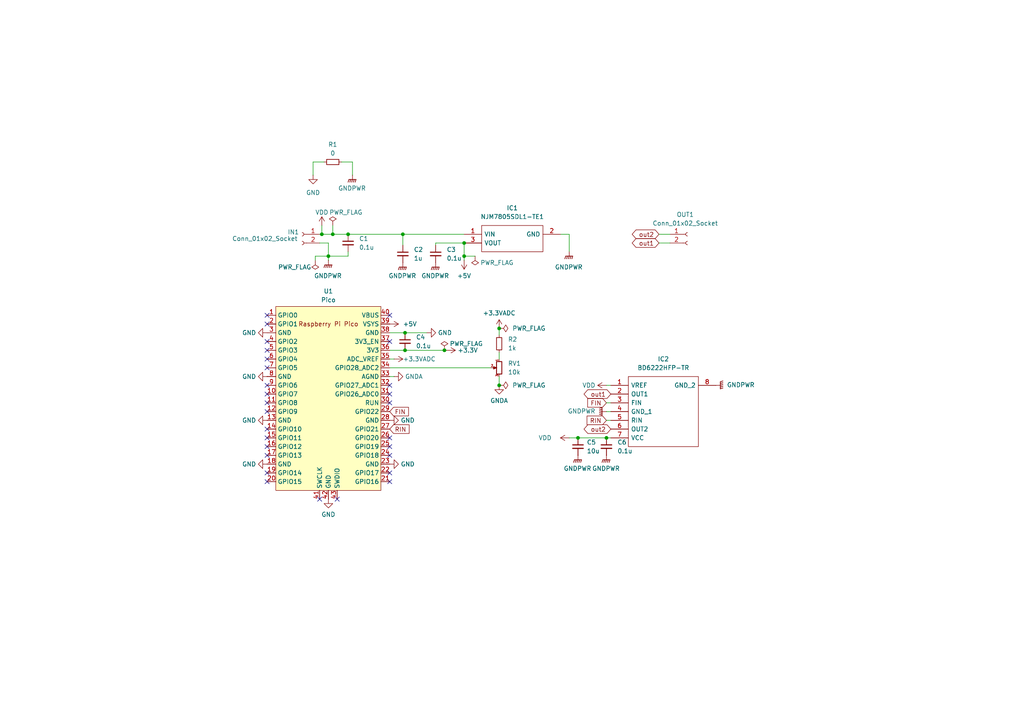
<source format=kicad_sch>
(kicad_sch
	(version 20231120)
	(generator "eeschema")
	(generator_version "8.0")
	(uuid "7832771e-1a02-45d3-a45e-7c4ca1b0554e")
	(paper "A4")
	(lib_symbols
		(symbol "Connector:Conn_01x02_Socket"
			(pin_names
				(offset 1.016) hide)
			(exclude_from_sim no)
			(in_bom yes)
			(on_board yes)
			(property "Reference" "J"
				(at 0 2.54 0)
				(effects
					(font
						(size 1.27 1.27)
					)
				)
			)
			(property "Value" "Conn_01x02_Socket"
				(at 0 -5.08 0)
				(effects
					(font
						(size 1.27 1.27)
					)
				)
			)
			(property "Footprint" ""
				(at 0 0 0)
				(effects
					(font
						(size 1.27 1.27)
					)
					(hide yes)
				)
			)
			(property "Datasheet" "~"
				(at 0 0 0)
				(effects
					(font
						(size 1.27 1.27)
					)
					(hide yes)
				)
			)
			(property "Description" "Generic connector, single row, 01x02, script generated"
				(at 0 0 0)
				(effects
					(font
						(size 1.27 1.27)
					)
					(hide yes)
				)
			)
			(property "ki_locked" ""
				(at 0 0 0)
				(effects
					(font
						(size 1.27 1.27)
					)
				)
			)
			(property "ki_keywords" "connector"
				(at 0 0 0)
				(effects
					(font
						(size 1.27 1.27)
					)
					(hide yes)
				)
			)
			(property "ki_fp_filters" "Connector*:*_1x??_*"
				(at 0 0 0)
				(effects
					(font
						(size 1.27 1.27)
					)
					(hide yes)
				)
			)
			(symbol "Conn_01x02_Socket_1_1"
				(arc
					(start 0 -2.032)
					(mid -0.5058 -2.54)
					(end 0 -3.048)
					(stroke
						(width 0.1524)
						(type default)
					)
					(fill
						(type none)
					)
				)
				(polyline
					(pts
						(xy -1.27 -2.54) (xy -0.508 -2.54)
					)
					(stroke
						(width 0.1524)
						(type default)
					)
					(fill
						(type none)
					)
				)
				(polyline
					(pts
						(xy -1.27 0) (xy -0.508 0)
					)
					(stroke
						(width 0.1524)
						(type default)
					)
					(fill
						(type none)
					)
				)
				(arc
					(start 0 0.508)
					(mid -0.5058 0)
					(end 0 -0.508)
					(stroke
						(width 0.1524)
						(type default)
					)
					(fill
						(type none)
					)
				)
				(pin passive line
					(at -5.08 0 0)
					(length 3.81)
					(name "Pin_1"
						(effects
							(font
								(size 1.27 1.27)
							)
						)
					)
					(number "1"
						(effects
							(font
								(size 1.27 1.27)
							)
						)
					)
				)
				(pin passive line
					(at -5.08 -2.54 0)
					(length 3.81)
					(name "Pin_2"
						(effects
							(font
								(size 1.27 1.27)
							)
						)
					)
					(number "2"
						(effects
							(font
								(size 1.27 1.27)
							)
						)
					)
				)
			)
		)
		(symbol "Device:C_Small"
			(pin_numbers hide)
			(pin_names
				(offset 0.254) hide)
			(exclude_from_sim no)
			(in_bom yes)
			(on_board yes)
			(property "Reference" "C"
				(at 0.254 1.778 0)
				(effects
					(font
						(size 1.27 1.27)
					)
					(justify left)
				)
			)
			(property "Value" "C_Small"
				(at 0.254 -2.032 0)
				(effects
					(font
						(size 1.27 1.27)
					)
					(justify left)
				)
			)
			(property "Footprint" ""
				(at 0 0 0)
				(effects
					(font
						(size 1.27 1.27)
					)
					(hide yes)
				)
			)
			(property "Datasheet" "~"
				(at 0 0 0)
				(effects
					(font
						(size 1.27 1.27)
					)
					(hide yes)
				)
			)
			(property "Description" "Unpolarized capacitor, small symbol"
				(at 0 0 0)
				(effects
					(font
						(size 1.27 1.27)
					)
					(hide yes)
				)
			)
			(property "ki_keywords" "capacitor cap"
				(at 0 0 0)
				(effects
					(font
						(size 1.27 1.27)
					)
					(hide yes)
				)
			)
			(property "ki_fp_filters" "C_*"
				(at 0 0 0)
				(effects
					(font
						(size 1.27 1.27)
					)
					(hide yes)
				)
			)
			(symbol "C_Small_0_1"
				(polyline
					(pts
						(xy -1.524 -0.508) (xy 1.524 -0.508)
					)
					(stroke
						(width 0.3302)
						(type default)
					)
					(fill
						(type none)
					)
				)
				(polyline
					(pts
						(xy -1.524 0.508) (xy 1.524 0.508)
					)
					(stroke
						(width 0.3048)
						(type default)
					)
					(fill
						(type none)
					)
				)
			)
			(symbol "C_Small_1_1"
				(pin passive line
					(at 0 2.54 270)
					(length 2.032)
					(name "~"
						(effects
							(font
								(size 1.27 1.27)
							)
						)
					)
					(number "1"
						(effects
							(font
								(size 1.27 1.27)
							)
						)
					)
				)
				(pin passive line
					(at 0 -2.54 90)
					(length 2.032)
					(name "~"
						(effects
							(font
								(size 1.27 1.27)
							)
						)
					)
					(number "2"
						(effects
							(font
								(size 1.27 1.27)
							)
						)
					)
				)
			)
		)
		(symbol "Device:R_Potentiometer_Small"
			(pin_names
				(offset 1.016) hide)
			(exclude_from_sim no)
			(in_bom yes)
			(on_board yes)
			(property "Reference" "RV"
				(at -4.445 0 90)
				(effects
					(font
						(size 1.27 1.27)
					)
				)
			)
			(property "Value" "R_Potentiometer_Small"
				(at -2.54 0 90)
				(effects
					(font
						(size 1.27 1.27)
					)
				)
			)
			(property "Footprint" ""
				(at 0 0 0)
				(effects
					(font
						(size 1.27 1.27)
					)
					(hide yes)
				)
			)
			(property "Datasheet" "~"
				(at 0 0 0)
				(effects
					(font
						(size 1.27 1.27)
					)
					(hide yes)
				)
			)
			(property "Description" "Potentiometer"
				(at 0 0 0)
				(effects
					(font
						(size 1.27 1.27)
					)
					(hide yes)
				)
			)
			(property "ki_keywords" "resistor variable"
				(at 0 0 0)
				(effects
					(font
						(size 1.27 1.27)
					)
					(hide yes)
				)
			)
			(property "ki_fp_filters" "Potentiometer*"
				(at 0 0 0)
				(effects
					(font
						(size 1.27 1.27)
					)
					(hide yes)
				)
			)
			(symbol "R_Potentiometer_Small_0_1"
				(polyline
					(pts
						(xy 0.889 0) (xy 0.635 0) (xy 1.651 0.381) (xy 1.651 -0.381) (xy 0.635 0) (xy 0.889 0)
					)
					(stroke
						(width 0)
						(type default)
					)
					(fill
						(type outline)
					)
				)
				(rectangle
					(start 0.762 1.8034)
					(end -0.762 -1.8034)
					(stroke
						(width 0.254)
						(type default)
					)
					(fill
						(type none)
					)
				)
			)
			(symbol "R_Potentiometer_Small_1_1"
				(pin passive line
					(at 0 2.54 270)
					(length 0.635)
					(name "1"
						(effects
							(font
								(size 0.635 0.635)
							)
						)
					)
					(number "1"
						(effects
							(font
								(size 0.635 0.635)
							)
						)
					)
				)
				(pin passive line
					(at 2.54 0 180)
					(length 0.9906)
					(name "2"
						(effects
							(font
								(size 0.635 0.635)
							)
						)
					)
					(number "2"
						(effects
							(font
								(size 0.635 0.635)
							)
						)
					)
				)
				(pin passive line
					(at 0 -2.54 90)
					(length 0.635)
					(name "3"
						(effects
							(font
								(size 0.635 0.635)
							)
						)
					)
					(number "3"
						(effects
							(font
								(size 0.635 0.635)
							)
						)
					)
				)
			)
		)
		(symbol "Device:R_Small"
			(pin_numbers hide)
			(pin_names
				(offset 0.254) hide)
			(exclude_from_sim no)
			(in_bom yes)
			(on_board yes)
			(property "Reference" "R"
				(at 0.762 0.508 0)
				(effects
					(font
						(size 1.27 1.27)
					)
					(justify left)
				)
			)
			(property "Value" "R_Small"
				(at 0.762 -1.016 0)
				(effects
					(font
						(size 1.27 1.27)
					)
					(justify left)
				)
			)
			(property "Footprint" ""
				(at 0 0 0)
				(effects
					(font
						(size 1.27 1.27)
					)
					(hide yes)
				)
			)
			(property "Datasheet" "~"
				(at 0 0 0)
				(effects
					(font
						(size 1.27 1.27)
					)
					(hide yes)
				)
			)
			(property "Description" "Resistor, small symbol"
				(at 0 0 0)
				(effects
					(font
						(size 1.27 1.27)
					)
					(hide yes)
				)
			)
			(property "ki_keywords" "R resistor"
				(at 0 0 0)
				(effects
					(font
						(size 1.27 1.27)
					)
					(hide yes)
				)
			)
			(property "ki_fp_filters" "R_*"
				(at 0 0 0)
				(effects
					(font
						(size 1.27 1.27)
					)
					(hide yes)
				)
			)
			(symbol "R_Small_0_1"
				(rectangle
					(start -0.762 1.778)
					(end 0.762 -1.778)
					(stroke
						(width 0.2032)
						(type default)
					)
					(fill
						(type none)
					)
				)
			)
			(symbol "R_Small_1_1"
				(pin passive line
					(at 0 2.54 270)
					(length 0.762)
					(name "~"
						(effects
							(font
								(size 1.27 1.27)
							)
						)
					)
					(number "1"
						(effects
							(font
								(size 1.27 1.27)
							)
						)
					)
				)
				(pin passive line
					(at 0 -2.54 90)
					(length 0.762)
					(name "~"
						(effects
							(font
								(size 1.27 1.27)
							)
						)
					)
					(number "2"
						(effects
							(font
								(size 1.27 1.27)
							)
						)
					)
				)
			)
		)
		(symbol "MCU_RaspberryPi_and_Boards:Pico"
			(exclude_from_sim no)
			(in_bom yes)
			(on_board yes)
			(property "Reference" "U"
				(at -13.97 27.94 0)
				(effects
					(font
						(size 1.27 1.27)
					)
				)
			)
			(property "Value" "Pico"
				(at 0 19.05 0)
				(effects
					(font
						(size 1.27 1.27)
					)
				)
			)
			(property "Footprint" "RPi_Pico:RPi_Pico_SMD_TH"
				(at 0 0 90)
				(effects
					(font
						(size 1.27 1.27)
					)
					(hide yes)
				)
			)
			(property "Datasheet" ""
				(at 0 0 0)
				(effects
					(font
						(size 1.27 1.27)
					)
					(hide yes)
				)
			)
			(property "Description" ""
				(at 0 0 0)
				(effects
					(font
						(size 1.27 1.27)
					)
					(hide yes)
				)
			)
			(symbol "Pico_0_0"
				(text "Raspberry Pi Pico"
					(at 0 21.59 0)
					(effects
						(font
							(size 1.27 1.27)
						)
					)
				)
			)
			(symbol "Pico_0_1"
				(rectangle
					(start -15.24 26.67)
					(end 15.24 -26.67)
					(stroke
						(width 0)
						(type default)
					)
					(fill
						(type background)
					)
				)
			)
			(symbol "Pico_1_1"
				(pin bidirectional line
					(at -17.78 24.13 0)
					(length 2.54)
					(name "GPIO0"
						(effects
							(font
								(size 1.27 1.27)
							)
						)
					)
					(number "1"
						(effects
							(font
								(size 1.27 1.27)
							)
						)
					)
				)
				(pin bidirectional line
					(at -17.78 1.27 0)
					(length 2.54)
					(name "GPIO7"
						(effects
							(font
								(size 1.27 1.27)
							)
						)
					)
					(number "10"
						(effects
							(font
								(size 1.27 1.27)
							)
						)
					)
				)
				(pin bidirectional line
					(at -17.78 -1.27 0)
					(length 2.54)
					(name "GPIO8"
						(effects
							(font
								(size 1.27 1.27)
							)
						)
					)
					(number "11"
						(effects
							(font
								(size 1.27 1.27)
							)
						)
					)
				)
				(pin bidirectional line
					(at -17.78 -3.81 0)
					(length 2.54)
					(name "GPIO9"
						(effects
							(font
								(size 1.27 1.27)
							)
						)
					)
					(number "12"
						(effects
							(font
								(size 1.27 1.27)
							)
						)
					)
				)
				(pin power_in line
					(at -17.78 -6.35 0)
					(length 2.54)
					(name "GND"
						(effects
							(font
								(size 1.27 1.27)
							)
						)
					)
					(number "13"
						(effects
							(font
								(size 1.27 1.27)
							)
						)
					)
				)
				(pin bidirectional line
					(at -17.78 -8.89 0)
					(length 2.54)
					(name "GPIO10"
						(effects
							(font
								(size 1.27 1.27)
							)
						)
					)
					(number "14"
						(effects
							(font
								(size 1.27 1.27)
							)
						)
					)
				)
				(pin bidirectional line
					(at -17.78 -11.43 0)
					(length 2.54)
					(name "GPIO11"
						(effects
							(font
								(size 1.27 1.27)
							)
						)
					)
					(number "15"
						(effects
							(font
								(size 1.27 1.27)
							)
						)
					)
				)
				(pin bidirectional line
					(at -17.78 -13.97 0)
					(length 2.54)
					(name "GPIO12"
						(effects
							(font
								(size 1.27 1.27)
							)
						)
					)
					(number "16"
						(effects
							(font
								(size 1.27 1.27)
							)
						)
					)
				)
				(pin bidirectional line
					(at -17.78 -16.51 0)
					(length 2.54)
					(name "GPIO13"
						(effects
							(font
								(size 1.27 1.27)
							)
						)
					)
					(number "17"
						(effects
							(font
								(size 1.27 1.27)
							)
						)
					)
				)
				(pin power_in line
					(at -17.78 -19.05 0)
					(length 2.54)
					(name "GND"
						(effects
							(font
								(size 1.27 1.27)
							)
						)
					)
					(number "18"
						(effects
							(font
								(size 1.27 1.27)
							)
						)
					)
				)
				(pin bidirectional line
					(at -17.78 -21.59 0)
					(length 2.54)
					(name "GPIO14"
						(effects
							(font
								(size 1.27 1.27)
							)
						)
					)
					(number "19"
						(effects
							(font
								(size 1.27 1.27)
							)
						)
					)
				)
				(pin bidirectional line
					(at -17.78 21.59 0)
					(length 2.54)
					(name "GPIO1"
						(effects
							(font
								(size 1.27 1.27)
							)
						)
					)
					(number "2"
						(effects
							(font
								(size 1.27 1.27)
							)
						)
					)
				)
				(pin bidirectional line
					(at -17.78 -24.13 0)
					(length 2.54)
					(name "GPIO15"
						(effects
							(font
								(size 1.27 1.27)
							)
						)
					)
					(number "20"
						(effects
							(font
								(size 1.27 1.27)
							)
						)
					)
				)
				(pin bidirectional line
					(at 17.78 -24.13 180)
					(length 2.54)
					(name "GPIO16"
						(effects
							(font
								(size 1.27 1.27)
							)
						)
					)
					(number "21"
						(effects
							(font
								(size 1.27 1.27)
							)
						)
					)
				)
				(pin bidirectional line
					(at 17.78 -21.59 180)
					(length 2.54)
					(name "GPIO17"
						(effects
							(font
								(size 1.27 1.27)
							)
						)
					)
					(number "22"
						(effects
							(font
								(size 1.27 1.27)
							)
						)
					)
				)
				(pin power_in line
					(at 17.78 -19.05 180)
					(length 2.54)
					(name "GND"
						(effects
							(font
								(size 1.27 1.27)
							)
						)
					)
					(number "23"
						(effects
							(font
								(size 1.27 1.27)
							)
						)
					)
				)
				(pin bidirectional line
					(at 17.78 -16.51 180)
					(length 2.54)
					(name "GPIO18"
						(effects
							(font
								(size 1.27 1.27)
							)
						)
					)
					(number "24"
						(effects
							(font
								(size 1.27 1.27)
							)
						)
					)
				)
				(pin bidirectional line
					(at 17.78 -13.97 180)
					(length 2.54)
					(name "GPIO19"
						(effects
							(font
								(size 1.27 1.27)
							)
						)
					)
					(number "25"
						(effects
							(font
								(size 1.27 1.27)
							)
						)
					)
				)
				(pin bidirectional line
					(at 17.78 -11.43 180)
					(length 2.54)
					(name "GPIO20"
						(effects
							(font
								(size 1.27 1.27)
							)
						)
					)
					(number "26"
						(effects
							(font
								(size 1.27 1.27)
							)
						)
					)
				)
				(pin bidirectional line
					(at 17.78 -8.89 180)
					(length 2.54)
					(name "GPIO21"
						(effects
							(font
								(size 1.27 1.27)
							)
						)
					)
					(number "27"
						(effects
							(font
								(size 1.27 1.27)
							)
						)
					)
				)
				(pin power_in line
					(at 17.78 -6.35 180)
					(length 2.54)
					(name "GND"
						(effects
							(font
								(size 1.27 1.27)
							)
						)
					)
					(number "28"
						(effects
							(font
								(size 1.27 1.27)
							)
						)
					)
				)
				(pin bidirectional line
					(at 17.78 -3.81 180)
					(length 2.54)
					(name "GPIO22"
						(effects
							(font
								(size 1.27 1.27)
							)
						)
					)
					(number "29"
						(effects
							(font
								(size 1.27 1.27)
							)
						)
					)
				)
				(pin power_in line
					(at -17.78 19.05 0)
					(length 2.54)
					(name "GND"
						(effects
							(font
								(size 1.27 1.27)
							)
						)
					)
					(number "3"
						(effects
							(font
								(size 1.27 1.27)
							)
						)
					)
				)
				(pin input line
					(at 17.78 -1.27 180)
					(length 2.54)
					(name "RUN"
						(effects
							(font
								(size 1.27 1.27)
							)
						)
					)
					(number "30"
						(effects
							(font
								(size 1.27 1.27)
							)
						)
					)
				)
				(pin bidirectional line
					(at 17.78 1.27 180)
					(length 2.54)
					(name "GPIO26_ADC0"
						(effects
							(font
								(size 1.27 1.27)
							)
						)
					)
					(number "31"
						(effects
							(font
								(size 1.27 1.27)
							)
						)
					)
				)
				(pin bidirectional line
					(at 17.78 3.81 180)
					(length 2.54)
					(name "GPIO27_ADC1"
						(effects
							(font
								(size 1.27 1.27)
							)
						)
					)
					(number "32"
						(effects
							(font
								(size 1.27 1.27)
							)
						)
					)
				)
				(pin power_in line
					(at 17.78 6.35 180)
					(length 2.54)
					(name "AGND"
						(effects
							(font
								(size 1.27 1.27)
							)
						)
					)
					(number "33"
						(effects
							(font
								(size 1.27 1.27)
							)
						)
					)
				)
				(pin bidirectional line
					(at 17.78 8.89 180)
					(length 2.54)
					(name "GPIO28_ADC2"
						(effects
							(font
								(size 1.27 1.27)
							)
						)
					)
					(number "34"
						(effects
							(font
								(size 1.27 1.27)
							)
						)
					)
				)
				(pin power_in line
					(at 17.78 11.43 180)
					(length 2.54)
					(name "ADC_VREF"
						(effects
							(font
								(size 1.27 1.27)
							)
						)
					)
					(number "35"
						(effects
							(font
								(size 1.27 1.27)
							)
						)
					)
				)
				(pin power_in line
					(at 17.78 13.97 180)
					(length 2.54)
					(name "3V3"
						(effects
							(font
								(size 1.27 1.27)
							)
						)
					)
					(number "36"
						(effects
							(font
								(size 1.27 1.27)
							)
						)
					)
				)
				(pin input line
					(at 17.78 16.51 180)
					(length 2.54)
					(name "3V3_EN"
						(effects
							(font
								(size 1.27 1.27)
							)
						)
					)
					(number "37"
						(effects
							(font
								(size 1.27 1.27)
							)
						)
					)
				)
				(pin bidirectional line
					(at 17.78 19.05 180)
					(length 2.54)
					(name "GND"
						(effects
							(font
								(size 1.27 1.27)
							)
						)
					)
					(number "38"
						(effects
							(font
								(size 1.27 1.27)
							)
						)
					)
				)
				(pin power_in line
					(at 17.78 21.59 180)
					(length 2.54)
					(name "VSYS"
						(effects
							(font
								(size 1.27 1.27)
							)
						)
					)
					(number "39"
						(effects
							(font
								(size 1.27 1.27)
							)
						)
					)
				)
				(pin bidirectional line
					(at -17.78 16.51 0)
					(length 2.54)
					(name "GPIO2"
						(effects
							(font
								(size 1.27 1.27)
							)
						)
					)
					(number "4"
						(effects
							(font
								(size 1.27 1.27)
							)
						)
					)
				)
				(pin power_in line
					(at 17.78 24.13 180)
					(length 2.54)
					(name "VBUS"
						(effects
							(font
								(size 1.27 1.27)
							)
						)
					)
					(number "40"
						(effects
							(font
								(size 1.27 1.27)
							)
						)
					)
				)
				(pin input line
					(at -2.54 -29.21 90)
					(length 2.54)
					(name "SWCLK"
						(effects
							(font
								(size 1.27 1.27)
							)
						)
					)
					(number "41"
						(effects
							(font
								(size 1.27 1.27)
							)
						)
					)
				)
				(pin power_in line
					(at 0 -29.21 90)
					(length 2.54)
					(name "GND"
						(effects
							(font
								(size 1.27 1.27)
							)
						)
					)
					(number "42"
						(effects
							(font
								(size 1.27 1.27)
							)
						)
					)
				)
				(pin bidirectional line
					(at 2.54 -29.21 90)
					(length 2.54)
					(name "SWDIO"
						(effects
							(font
								(size 1.27 1.27)
							)
						)
					)
					(number "43"
						(effects
							(font
								(size 1.27 1.27)
							)
						)
					)
				)
				(pin bidirectional line
					(at -17.78 13.97 0)
					(length 2.54)
					(name "GPIO3"
						(effects
							(font
								(size 1.27 1.27)
							)
						)
					)
					(number "5"
						(effects
							(font
								(size 1.27 1.27)
							)
						)
					)
				)
				(pin bidirectional line
					(at -17.78 11.43 0)
					(length 2.54)
					(name "GPIO4"
						(effects
							(font
								(size 1.27 1.27)
							)
						)
					)
					(number "6"
						(effects
							(font
								(size 1.27 1.27)
							)
						)
					)
				)
				(pin bidirectional line
					(at -17.78 8.89 0)
					(length 2.54)
					(name "GPIO5"
						(effects
							(font
								(size 1.27 1.27)
							)
						)
					)
					(number "7"
						(effects
							(font
								(size 1.27 1.27)
							)
						)
					)
				)
				(pin power_in line
					(at -17.78 6.35 0)
					(length 2.54)
					(name "GND"
						(effects
							(font
								(size 1.27 1.27)
							)
						)
					)
					(number "8"
						(effects
							(font
								(size 1.27 1.27)
							)
						)
					)
				)
				(pin bidirectional line
					(at -17.78 3.81 0)
					(length 2.54)
					(name "GPIO6"
						(effects
							(font
								(size 1.27 1.27)
							)
						)
					)
					(number "9"
						(effects
							(font
								(size 1.27 1.27)
							)
						)
					)
				)
			)
		)
		(symbol "SamacSys_Parts:BD6222HFP-TR"
			(pin_names
				(offset 0.762)
			)
			(exclude_from_sim no)
			(in_bom yes)
			(on_board yes)
			(property "Reference" "IC"
				(at 26.67 7.62 0)
				(effects
					(font
						(size 1.27 1.27)
					)
					(justify left)
				)
			)
			(property "Value" "BD6222HFP-TR"
				(at 26.67 5.08 0)
				(effects
					(font
						(size 1.27 1.27)
					)
					(justify left)
				)
			)
			(property "Footprint" "BD6222HFPTR"
				(at 26.67 2.54 0)
				(effects
					(font
						(size 1.27 1.27)
					)
					(justify left)
					(hide yes)
				)
			)
			(property "Datasheet" "http://rohmfs.rohm.com/en/products/databook/datasheet/ic/motor/dc/bd622x-e.pdf"
				(at 26.67 0 0)
				(effects
					(font
						(size 1.27 1.27)
					)
					(justify left)
					(hide yes)
				)
			)
			(property "Description" "ROHM BD6222HFP-TR, Full Bridge Motor Driver Half-Bridge,, 8-Pin HRP"
				(at 0 0 0)
				(effects
					(font
						(size 1.27 1.27)
					)
					(hide yes)
				)
			)
			(property "Description_1" "ROHM BD6222HFP-TR, Full Bridge Motor Driver Half-Bridge,, 8-Pin HRP"
				(at 26.67 -2.54 0)
				(effects
					(font
						(size 1.27 1.27)
					)
					(justify left)
					(hide yes)
				)
			)
			(property "Height" "2.005"
				(at 26.67 -5.08 0)
				(effects
					(font
						(size 1.27 1.27)
					)
					(justify left)
					(hide yes)
				)
			)
			(property "Chip1Stop Part Number" ""
				(at 26.67 -7.62 0)
				(effects
					(font
						(size 1.27 1.27)
					)
					(justify left)
					(hide yes)
				)
			)
			(property "Chip1Stop Price/Stock" ""
				(at 26.67 -10.16 0)
				(effects
					(font
						(size 1.27 1.27)
					)
					(justify left)
					(hide yes)
				)
			)
			(property "Manufacturer_Name" "ROHM Semiconductor"
				(at 26.67 -12.7 0)
				(effects
					(font
						(size 1.27 1.27)
					)
					(justify left)
					(hide yes)
				)
			)
			(property "Manufacturer_Part_Number" "BD6222HFP-TR"
				(at 26.67 -15.24 0)
				(effects
					(font
						(size 1.27 1.27)
					)
					(justify left)
					(hide yes)
				)
			)
			(symbol "BD6222HFP-TR_0_0"
				(pin passive line
					(at 0 0 0)
					(length 5.08)
					(name "VREF"
						(effects
							(font
								(size 1.27 1.27)
							)
						)
					)
					(number "1"
						(effects
							(font
								(size 1.27 1.27)
							)
						)
					)
				)
				(pin passive line
					(at 0 -2.54 0)
					(length 5.08)
					(name "OUT1"
						(effects
							(font
								(size 1.27 1.27)
							)
						)
					)
					(number "2"
						(effects
							(font
								(size 1.27 1.27)
							)
						)
					)
				)
				(pin passive line
					(at 0 -5.08 0)
					(length 5.08)
					(name "FIN"
						(effects
							(font
								(size 1.27 1.27)
							)
						)
					)
					(number "3"
						(effects
							(font
								(size 1.27 1.27)
							)
						)
					)
				)
				(pin passive line
					(at 0 -7.62 0)
					(length 5.08)
					(name "GND_1"
						(effects
							(font
								(size 1.27 1.27)
							)
						)
					)
					(number "4"
						(effects
							(font
								(size 1.27 1.27)
							)
						)
					)
				)
				(pin passive line
					(at 0 -10.16 0)
					(length 5.08)
					(name "RIN"
						(effects
							(font
								(size 1.27 1.27)
							)
						)
					)
					(number "5"
						(effects
							(font
								(size 1.27 1.27)
							)
						)
					)
				)
				(pin passive line
					(at 0 -12.7 0)
					(length 5.08)
					(name "OUT2"
						(effects
							(font
								(size 1.27 1.27)
							)
						)
					)
					(number "6"
						(effects
							(font
								(size 1.27 1.27)
							)
						)
					)
				)
				(pin passive line
					(at 0 -15.24 0)
					(length 5.08)
					(name "VCC"
						(effects
							(font
								(size 1.27 1.27)
							)
						)
					)
					(number "7"
						(effects
							(font
								(size 1.27 1.27)
							)
						)
					)
				)
				(pin passive line
					(at 30.48 0 180)
					(length 5.08)
					(name "GND_2"
						(effects
							(font
								(size 1.27 1.27)
							)
						)
					)
					(number "8"
						(effects
							(font
								(size 1.27 1.27)
							)
						)
					)
				)
			)
			(symbol "BD6222HFP-TR_0_1"
				(polyline
					(pts
						(xy 5.08 2.54) (xy 25.4 2.54) (xy 25.4 -17.78) (xy 5.08 -17.78) (xy 5.08 2.54)
					)
					(stroke
						(width 0.1524)
						(type solid)
					)
					(fill
						(type none)
					)
				)
			)
		)
		(symbol "SamacSys_Parts:NJM7805SDL1-TE1"
			(pin_names
				(offset 0.762)
			)
			(exclude_from_sim no)
			(in_bom yes)
			(on_board yes)
			(property "Reference" "IC"
				(at 24.13 7.62 0)
				(effects
					(font
						(size 1.27 1.27)
					)
					(justify left)
				)
			)
			(property "Value" "NJM7805SDL1-TE1"
				(at 24.13 5.08 0)
				(effects
					(font
						(size 1.27 1.27)
					)
					(justify left)
				)
			)
			(property "Footprint" "NJM7805SDL1TE1"
				(at 24.13 2.54 0)
				(effects
					(font
						(size 1.27 1.27)
					)
					(justify left)
					(hide yes)
				)
			)
			(property "Datasheet" "https://www.nisshinbo-microdevices.co.jp/ja/pdf/datasheet/NJM7800S_J.pdf"
				(at 24.13 0 0)
				(effects
					(font
						(size 1.27 1.27)
					)
					(justify left)
					(hide yes)
				)
			)
			(property "Description" "Linear Voltage Regulator IC Positive Fixed 1 Output 1.5A TO-252-3"
				(at 0 0 0)
				(effects
					(font
						(size 1.27 1.27)
					)
					(hide yes)
				)
			)
			(property "Description_1" "Linear Voltage Regulator IC Positive Fixed 1 Output 1.5A TO-252-3"
				(at 24.13 -2.54 0)
				(effects
					(font
						(size 1.27 1.27)
					)
					(justify left)
					(hide yes)
				)
			)
			(property "Height" ""
				(at 24.13 -5.08 0)
				(effects
					(font
						(size 1.27 1.27)
					)
					(justify left)
					(hide yes)
				)
			)
			(property "Manufacturer_Name" "Nisshinbo"
				(at 24.13 -7.62 0)
				(effects
					(font
						(size 1.27 1.27)
					)
					(justify left)
					(hide yes)
				)
			)
			(property "Manufacturer_Part_Number" "NJM7805SDL1-TE1"
				(at 24.13 -10.16 0)
				(effects
					(font
						(size 1.27 1.27)
					)
					(justify left)
					(hide yes)
				)
			)
			(property "Mouser Part Number" "513-NJM7805SDL1-TE1"
				(at 24.13 -12.7 0)
				(effects
					(font
						(size 1.27 1.27)
					)
					(justify left)
					(hide yes)
				)
			)
			(property "Mouser Price/Stock" "https://www.mouser.co.uk/ProductDetail/Nisshinbo/NJM7805SDL1-TE1?qs=GBLSl2AkirtxkrsaOjZilw%3D%3D"
				(at 24.13 -15.24 0)
				(effects
					(font
						(size 1.27 1.27)
					)
					(justify left)
					(hide yes)
				)
			)
			(property "Arrow Part Number" ""
				(at 24.13 -17.78 0)
				(effects
					(font
						(size 1.27 1.27)
					)
					(justify left)
					(hide yes)
				)
			)
			(property "Arrow Price/Stock" ""
				(at 24.13 -20.32 0)
				(effects
					(font
						(size 1.27 1.27)
					)
					(justify left)
					(hide yes)
				)
			)
			(symbol "NJM7805SDL1-TE1_0_0"
				(pin passive line
					(at 0 0 0)
					(length 5.08)
					(name "VIN"
						(effects
							(font
								(size 1.27 1.27)
							)
						)
					)
					(number "1"
						(effects
							(font
								(size 1.27 1.27)
							)
						)
					)
				)
				(pin passive line
					(at 27.94 0 180)
					(length 5.08)
					(name "GND"
						(effects
							(font
								(size 1.27 1.27)
							)
						)
					)
					(number "2"
						(effects
							(font
								(size 1.27 1.27)
							)
						)
					)
				)
				(pin passive line
					(at 0 -2.54 0)
					(length 5.08)
					(name "VOUT"
						(effects
							(font
								(size 1.27 1.27)
							)
						)
					)
					(number "3"
						(effects
							(font
								(size 1.27 1.27)
							)
						)
					)
				)
			)
			(symbol "NJM7805SDL1-TE1_0_1"
				(polyline
					(pts
						(xy 5.08 2.54) (xy 22.86 2.54) (xy 22.86 -5.08) (xy 5.08 -5.08) (xy 5.08 2.54)
					)
					(stroke
						(width 0.1524)
						(type solid)
					)
					(fill
						(type none)
					)
				)
			)
		)
		(symbol "power:+3.3V"
			(power)
			(pin_numbers hide)
			(pin_names
				(offset 0) hide)
			(exclude_from_sim no)
			(in_bom yes)
			(on_board yes)
			(property "Reference" "#PWR"
				(at 0 -3.81 0)
				(effects
					(font
						(size 1.27 1.27)
					)
					(hide yes)
				)
			)
			(property "Value" "+3.3V"
				(at 0 3.556 0)
				(effects
					(font
						(size 1.27 1.27)
					)
				)
			)
			(property "Footprint" ""
				(at 0 0 0)
				(effects
					(font
						(size 1.27 1.27)
					)
					(hide yes)
				)
			)
			(property "Datasheet" ""
				(at 0 0 0)
				(effects
					(font
						(size 1.27 1.27)
					)
					(hide yes)
				)
			)
			(property "Description" "Power symbol creates a global label with name \"+3.3V\""
				(at 0 0 0)
				(effects
					(font
						(size 1.27 1.27)
					)
					(hide yes)
				)
			)
			(property "ki_keywords" "global power"
				(at 0 0 0)
				(effects
					(font
						(size 1.27 1.27)
					)
					(hide yes)
				)
			)
			(symbol "+3.3V_0_1"
				(polyline
					(pts
						(xy -0.762 1.27) (xy 0 2.54)
					)
					(stroke
						(width 0)
						(type default)
					)
					(fill
						(type none)
					)
				)
				(polyline
					(pts
						(xy 0 0) (xy 0 2.54)
					)
					(stroke
						(width 0)
						(type default)
					)
					(fill
						(type none)
					)
				)
				(polyline
					(pts
						(xy 0 2.54) (xy 0.762 1.27)
					)
					(stroke
						(width 0)
						(type default)
					)
					(fill
						(type none)
					)
				)
			)
			(symbol "+3.3V_1_1"
				(pin power_in line
					(at 0 0 90)
					(length 0)
					(name "~"
						(effects
							(font
								(size 1.27 1.27)
							)
						)
					)
					(number "1"
						(effects
							(font
								(size 1.27 1.27)
							)
						)
					)
				)
			)
		)
		(symbol "power:+3.3VADC"
			(power)
			(pin_numbers hide)
			(pin_names
				(offset 0) hide)
			(exclude_from_sim no)
			(in_bom yes)
			(on_board yes)
			(property "Reference" "#PWR"
				(at 3.81 -1.27 0)
				(effects
					(font
						(size 1.27 1.27)
					)
					(hide yes)
				)
			)
			(property "Value" "+3.3VADC"
				(at 0 3.556 0)
				(effects
					(font
						(size 1.27 1.27)
					)
				)
			)
			(property "Footprint" ""
				(at 0 0 0)
				(effects
					(font
						(size 1.27 1.27)
					)
					(hide yes)
				)
			)
			(property "Datasheet" ""
				(at 0 0 0)
				(effects
					(font
						(size 1.27 1.27)
					)
					(hide yes)
				)
			)
			(property "Description" "Power symbol creates a global label with name \"+3.3VADC\""
				(at 0 0 0)
				(effects
					(font
						(size 1.27 1.27)
					)
					(hide yes)
				)
			)
			(property "ki_keywords" "global power"
				(at 0 0 0)
				(effects
					(font
						(size 1.27 1.27)
					)
					(hide yes)
				)
			)
			(symbol "+3.3VADC_0_0"
				(pin power_in line
					(at 0 0 90)
					(length 0)
					(name "~"
						(effects
							(font
								(size 1.27 1.27)
							)
						)
					)
					(number "1"
						(effects
							(font
								(size 1.27 1.27)
							)
						)
					)
				)
			)
			(symbol "+3.3VADC_0_1"
				(polyline
					(pts
						(xy -0.762 1.27) (xy 0 2.54)
					)
					(stroke
						(width 0)
						(type default)
					)
					(fill
						(type none)
					)
				)
				(polyline
					(pts
						(xy 0 0) (xy 0 2.54)
					)
					(stroke
						(width 0)
						(type default)
					)
					(fill
						(type none)
					)
				)
				(polyline
					(pts
						(xy 0 2.54) (xy 0.762 1.27)
					)
					(stroke
						(width 0)
						(type default)
					)
					(fill
						(type none)
					)
				)
			)
		)
		(symbol "power:+5V"
			(power)
			(pin_numbers hide)
			(pin_names
				(offset 0) hide)
			(exclude_from_sim no)
			(in_bom yes)
			(on_board yes)
			(property "Reference" "#PWR"
				(at 0 -3.81 0)
				(effects
					(font
						(size 1.27 1.27)
					)
					(hide yes)
				)
			)
			(property "Value" "+5V"
				(at 0 3.556 0)
				(effects
					(font
						(size 1.27 1.27)
					)
				)
			)
			(property "Footprint" ""
				(at 0 0 0)
				(effects
					(font
						(size 1.27 1.27)
					)
					(hide yes)
				)
			)
			(property "Datasheet" ""
				(at 0 0 0)
				(effects
					(font
						(size 1.27 1.27)
					)
					(hide yes)
				)
			)
			(property "Description" "Power symbol creates a global label with name \"+5V\""
				(at 0 0 0)
				(effects
					(font
						(size 1.27 1.27)
					)
					(hide yes)
				)
			)
			(property "ki_keywords" "global power"
				(at 0 0 0)
				(effects
					(font
						(size 1.27 1.27)
					)
					(hide yes)
				)
			)
			(symbol "+5V_0_1"
				(polyline
					(pts
						(xy -0.762 1.27) (xy 0 2.54)
					)
					(stroke
						(width 0)
						(type default)
					)
					(fill
						(type none)
					)
				)
				(polyline
					(pts
						(xy 0 0) (xy 0 2.54)
					)
					(stroke
						(width 0)
						(type default)
					)
					(fill
						(type none)
					)
				)
				(polyline
					(pts
						(xy 0 2.54) (xy 0.762 1.27)
					)
					(stroke
						(width 0)
						(type default)
					)
					(fill
						(type none)
					)
				)
			)
			(symbol "+5V_1_1"
				(pin power_in line
					(at 0 0 90)
					(length 0)
					(name "~"
						(effects
							(font
								(size 1.27 1.27)
							)
						)
					)
					(number "1"
						(effects
							(font
								(size 1.27 1.27)
							)
						)
					)
				)
			)
		)
		(symbol "power:GND"
			(power)
			(pin_numbers hide)
			(pin_names
				(offset 0) hide)
			(exclude_from_sim no)
			(in_bom yes)
			(on_board yes)
			(property "Reference" "#PWR"
				(at 0 -6.35 0)
				(effects
					(font
						(size 1.27 1.27)
					)
					(hide yes)
				)
			)
			(property "Value" "GND"
				(at 0 -3.81 0)
				(effects
					(font
						(size 1.27 1.27)
					)
				)
			)
			(property "Footprint" ""
				(at 0 0 0)
				(effects
					(font
						(size 1.27 1.27)
					)
					(hide yes)
				)
			)
			(property "Datasheet" ""
				(at 0 0 0)
				(effects
					(font
						(size 1.27 1.27)
					)
					(hide yes)
				)
			)
			(property "Description" "Power symbol creates a global label with name \"GND\" , ground"
				(at 0 0 0)
				(effects
					(font
						(size 1.27 1.27)
					)
					(hide yes)
				)
			)
			(property "ki_keywords" "global power"
				(at 0 0 0)
				(effects
					(font
						(size 1.27 1.27)
					)
					(hide yes)
				)
			)
			(symbol "GND_0_1"
				(polyline
					(pts
						(xy 0 0) (xy 0 -1.27) (xy 1.27 -1.27) (xy 0 -2.54) (xy -1.27 -1.27) (xy 0 -1.27)
					)
					(stroke
						(width 0)
						(type default)
					)
					(fill
						(type none)
					)
				)
			)
			(symbol "GND_1_1"
				(pin power_in line
					(at 0 0 270)
					(length 0)
					(name "~"
						(effects
							(font
								(size 1.27 1.27)
							)
						)
					)
					(number "1"
						(effects
							(font
								(size 1.27 1.27)
							)
						)
					)
				)
			)
		)
		(symbol "power:GNDA"
			(power)
			(pin_numbers hide)
			(pin_names
				(offset 0) hide)
			(exclude_from_sim no)
			(in_bom yes)
			(on_board yes)
			(property "Reference" "#PWR"
				(at 0 -6.35 0)
				(effects
					(font
						(size 1.27 1.27)
					)
					(hide yes)
				)
			)
			(property "Value" "GNDA"
				(at 0 -3.81 0)
				(effects
					(font
						(size 1.27 1.27)
					)
				)
			)
			(property "Footprint" ""
				(at 0 0 0)
				(effects
					(font
						(size 1.27 1.27)
					)
					(hide yes)
				)
			)
			(property "Datasheet" ""
				(at 0 0 0)
				(effects
					(font
						(size 1.27 1.27)
					)
					(hide yes)
				)
			)
			(property "Description" "Power symbol creates a global label with name \"GNDA\" , analog ground"
				(at 0 0 0)
				(effects
					(font
						(size 1.27 1.27)
					)
					(hide yes)
				)
			)
			(property "ki_keywords" "global power"
				(at 0 0 0)
				(effects
					(font
						(size 1.27 1.27)
					)
					(hide yes)
				)
			)
			(symbol "GNDA_0_1"
				(polyline
					(pts
						(xy 0 0) (xy 0 -1.27) (xy 1.27 -1.27) (xy 0 -2.54) (xy -1.27 -1.27) (xy 0 -1.27)
					)
					(stroke
						(width 0)
						(type default)
					)
					(fill
						(type none)
					)
				)
			)
			(symbol "GNDA_1_1"
				(pin power_in line
					(at 0 0 270)
					(length 0)
					(name "~"
						(effects
							(font
								(size 1.27 1.27)
							)
						)
					)
					(number "1"
						(effects
							(font
								(size 1.27 1.27)
							)
						)
					)
				)
			)
		)
		(symbol "power:GNDPWR"
			(power)
			(pin_numbers hide)
			(pin_names
				(offset 0) hide)
			(exclude_from_sim no)
			(in_bom yes)
			(on_board yes)
			(property "Reference" "#PWR"
				(at 0 -5.08 0)
				(effects
					(font
						(size 1.27 1.27)
					)
					(hide yes)
				)
			)
			(property "Value" "GNDPWR"
				(at 0 -3.302 0)
				(effects
					(font
						(size 1.27 1.27)
					)
				)
			)
			(property "Footprint" ""
				(at 0 -1.27 0)
				(effects
					(font
						(size 1.27 1.27)
					)
					(hide yes)
				)
			)
			(property "Datasheet" ""
				(at 0 -1.27 0)
				(effects
					(font
						(size 1.27 1.27)
					)
					(hide yes)
				)
			)
			(property "Description" "Power symbol creates a global label with name \"GNDPWR\" , global ground"
				(at 0 0 0)
				(effects
					(font
						(size 1.27 1.27)
					)
					(hide yes)
				)
			)
			(property "ki_keywords" "global ground"
				(at 0 0 0)
				(effects
					(font
						(size 1.27 1.27)
					)
					(hide yes)
				)
			)
			(symbol "GNDPWR_0_1"
				(polyline
					(pts
						(xy 0 -1.27) (xy 0 0)
					)
					(stroke
						(width 0)
						(type default)
					)
					(fill
						(type none)
					)
				)
				(polyline
					(pts
						(xy -1.016 -1.27) (xy -1.27 -2.032) (xy -1.27 -2.032)
					)
					(stroke
						(width 0.2032)
						(type default)
					)
					(fill
						(type none)
					)
				)
				(polyline
					(pts
						(xy -0.508 -1.27) (xy -0.762 -2.032) (xy -0.762 -2.032)
					)
					(stroke
						(width 0.2032)
						(type default)
					)
					(fill
						(type none)
					)
				)
				(polyline
					(pts
						(xy 0 -1.27) (xy -0.254 -2.032) (xy -0.254 -2.032)
					)
					(stroke
						(width 0.2032)
						(type default)
					)
					(fill
						(type none)
					)
				)
				(polyline
					(pts
						(xy 0.508 -1.27) (xy 0.254 -2.032) (xy 0.254 -2.032)
					)
					(stroke
						(width 0.2032)
						(type default)
					)
					(fill
						(type none)
					)
				)
				(polyline
					(pts
						(xy 1.016 -1.27) (xy -1.016 -1.27) (xy -1.016 -1.27)
					)
					(stroke
						(width 0.2032)
						(type default)
					)
					(fill
						(type none)
					)
				)
				(polyline
					(pts
						(xy 1.016 -1.27) (xy 0.762 -2.032) (xy 0.762 -2.032) (xy 0.762 -2.032)
					)
					(stroke
						(width 0.2032)
						(type default)
					)
					(fill
						(type none)
					)
				)
			)
			(symbol "GNDPWR_1_1"
				(pin power_in line
					(at 0 0 270)
					(length 0)
					(name "~"
						(effects
							(font
								(size 1.27 1.27)
							)
						)
					)
					(number "1"
						(effects
							(font
								(size 1.27 1.27)
							)
						)
					)
				)
			)
		)
		(symbol "power:PWR_FLAG"
			(power)
			(pin_numbers hide)
			(pin_names
				(offset 0) hide)
			(exclude_from_sim no)
			(in_bom yes)
			(on_board yes)
			(property "Reference" "#FLG"
				(at 0 1.905 0)
				(effects
					(font
						(size 1.27 1.27)
					)
					(hide yes)
				)
			)
			(property "Value" "PWR_FLAG"
				(at 0 3.81 0)
				(effects
					(font
						(size 1.27 1.27)
					)
				)
			)
			(property "Footprint" ""
				(at 0 0 0)
				(effects
					(font
						(size 1.27 1.27)
					)
					(hide yes)
				)
			)
			(property "Datasheet" "~"
				(at 0 0 0)
				(effects
					(font
						(size 1.27 1.27)
					)
					(hide yes)
				)
			)
			(property "Description" "Special symbol for telling ERC where power comes from"
				(at 0 0 0)
				(effects
					(font
						(size 1.27 1.27)
					)
					(hide yes)
				)
			)
			(property "ki_keywords" "flag power"
				(at 0 0 0)
				(effects
					(font
						(size 1.27 1.27)
					)
					(hide yes)
				)
			)
			(symbol "PWR_FLAG_0_0"
				(pin power_out line
					(at 0 0 90)
					(length 0)
					(name "~"
						(effects
							(font
								(size 1.27 1.27)
							)
						)
					)
					(number "1"
						(effects
							(font
								(size 1.27 1.27)
							)
						)
					)
				)
			)
			(symbol "PWR_FLAG_0_1"
				(polyline
					(pts
						(xy 0 0) (xy 0 1.27) (xy -1.016 1.905) (xy 0 2.54) (xy 1.016 1.905) (xy 0 1.27)
					)
					(stroke
						(width 0)
						(type default)
					)
					(fill
						(type none)
					)
				)
			)
		)
		(symbol "power:VDD"
			(power)
			(pin_numbers hide)
			(pin_names
				(offset 0) hide)
			(exclude_from_sim no)
			(in_bom yes)
			(on_board yes)
			(property "Reference" "#PWR"
				(at 0 -3.81 0)
				(effects
					(font
						(size 1.27 1.27)
					)
					(hide yes)
				)
			)
			(property "Value" "VDD"
				(at 0 3.556 0)
				(effects
					(font
						(size 1.27 1.27)
					)
				)
			)
			(property "Footprint" ""
				(at 0 0 0)
				(effects
					(font
						(size 1.27 1.27)
					)
					(hide yes)
				)
			)
			(property "Datasheet" ""
				(at 0 0 0)
				(effects
					(font
						(size 1.27 1.27)
					)
					(hide yes)
				)
			)
			(property "Description" "Power symbol creates a global label with name \"VDD\""
				(at 0 0 0)
				(effects
					(font
						(size 1.27 1.27)
					)
					(hide yes)
				)
			)
			(property "ki_keywords" "global power"
				(at 0 0 0)
				(effects
					(font
						(size 1.27 1.27)
					)
					(hide yes)
				)
			)
			(symbol "VDD_0_1"
				(polyline
					(pts
						(xy -0.762 1.27) (xy 0 2.54)
					)
					(stroke
						(width 0)
						(type default)
					)
					(fill
						(type none)
					)
				)
				(polyline
					(pts
						(xy 0 0) (xy 0 2.54)
					)
					(stroke
						(width 0)
						(type default)
					)
					(fill
						(type none)
					)
				)
				(polyline
					(pts
						(xy 0 2.54) (xy 0.762 1.27)
					)
					(stroke
						(width 0)
						(type default)
					)
					(fill
						(type none)
					)
				)
			)
			(symbol "VDD_1_1"
				(pin power_in line
					(at 0 0 90)
					(length 0)
					(name "~"
						(effects
							(font
								(size 1.27 1.27)
							)
						)
					)
					(number "1"
						(effects
							(font
								(size 1.27 1.27)
							)
						)
					)
				)
			)
		)
	)
	(junction
		(at 117.475 101.6)
		(diameter 0)
		(color 0 0 0 0)
		(uuid "00d9067e-4ce1-4579-bbb4-66801cb72275")
	)
	(junction
		(at 95.25 74.295)
		(diameter 0)
		(color 0 0 0 0)
		(uuid "102cdd4c-9998-4528-9a99-219b0d27a220")
	)
	(junction
		(at 167.64 127)
		(diameter 0)
		(color 0 0 0 0)
		(uuid "359863c2-15ac-4385-b917-a606a69d710f")
	)
	(junction
		(at 117.475 96.52)
		(diameter 0)
		(color 0 0 0 0)
		(uuid "4294da47-70e6-47cf-891f-2f864009da44")
	)
	(junction
		(at 100.965 67.945)
		(diameter 0)
		(color 0 0 0 0)
		(uuid "54bac039-1c1d-444c-80e7-27876496b5cf")
	)
	(junction
		(at 96.52 67.945)
		(diameter 0)
		(color 0 0 0 0)
		(uuid "55b826c5-312f-4695-8a3b-038290bcd607")
	)
	(junction
		(at 144.78 95.25)
		(diameter 0)
		(color 0 0 0 0)
		(uuid "868d2967-9523-44df-b9c8-d88b9b55d2be")
	)
	(junction
		(at 116.84 67.945)
		(diameter 0)
		(color 0 0 0 0)
		(uuid "8970451f-dab1-4c68-b55d-3d6f9f3f8de3")
	)
	(junction
		(at 144.78 111.76)
		(diameter 0)
		(color 0 0 0 0)
		(uuid "9362016e-b7d1-4c07-b49a-76802e9d14a4")
	)
	(junction
		(at 93.345 67.945)
		(diameter 0)
		(color 0 0 0 0)
		(uuid "96262968-da38-4b0b-ba05-041bd946c199")
	)
	(junction
		(at 134.62 70.485)
		(diameter 0)
		(color 0 0 0 0)
		(uuid "aa870e82-255c-4e3e-997d-9fa9d91ef578")
	)
	(junction
		(at 175.895 127)
		(diameter 0)
		(color 0 0 0 0)
		(uuid "d7ee221b-4bd2-427c-ad5d-42edb9d14984")
	)
	(junction
		(at 134.62 74.295)
		(diameter 0)
		(color 0 0 0 0)
		(uuid "f0b25fd1-dc10-42d7-a54e-0b8840e2e378")
	)
	(junction
		(at 128.905 101.6)
		(diameter 0)
		(color 0 0 0 0)
		(uuid "ffe6dd4a-85a4-4457-b345-e9f3cb21813a")
	)
	(no_connect
		(at 77.47 91.44)
		(uuid "0bc16d75-e01c-46ee-a2d3-b51c762d62d2")
	)
	(no_connect
		(at 77.47 111.76)
		(uuid "0f4f7061-9184-47a0-a24e-21bd29bfa962")
	)
	(no_connect
		(at 77.47 93.98)
		(uuid "27e9d784-d78b-4447-952a-490dcc3e7238")
	)
	(no_connect
		(at 77.47 99.06)
		(uuid "29221426-5708-4f10-892f-61bffecd9bc7")
	)
	(no_connect
		(at 77.47 127)
		(uuid "2b9d7d02-c6e6-4da1-b372-f29960dcb9e6")
	)
	(no_connect
		(at 113.03 111.76)
		(uuid "33c0153d-0293-41f3-863a-52d837695602")
	)
	(no_connect
		(at 97.79 144.78)
		(uuid "38614c16-93ce-4fda-897b-c441d53337e7")
	)
	(no_connect
		(at 77.47 124.46)
		(uuid "4523ca9c-3714-4459-bdf0-51afcea44eca")
	)
	(no_connect
		(at 113.03 91.44)
		(uuid "5e2aac9f-9306-4e7d-b9b5-4fa2198a155d")
	)
	(no_connect
		(at 77.47 101.6)
		(uuid "62081a98-3fa2-4108-b11e-86ffde1546b5")
	)
	(no_connect
		(at 77.47 139.7)
		(uuid "6ccd71e0-b44f-49d4-842a-82f24252de70")
	)
	(no_connect
		(at 77.47 137.16)
		(uuid "6e9956ad-d67d-4bf9-bf8d-22420075a413")
	)
	(no_connect
		(at 77.47 116.84)
		(uuid "73447f62-0f04-42b4-948a-b04570909bc0")
	)
	(no_connect
		(at 113.03 127)
		(uuid "78fbff73-74ac-4556-a9ad-6454b133465c")
	)
	(no_connect
		(at 77.47 119.38)
		(uuid "82891e5f-7243-4d3a-b44d-82fd0fbb9098")
	)
	(no_connect
		(at 113.03 132.08)
		(uuid "937df84f-a193-4471-acfd-09c85fc13112")
	)
	(no_connect
		(at 92.71 144.78)
		(uuid "96242a2c-07e3-44b5-b3fe-47f33340b3d7")
	)
	(no_connect
		(at 77.47 104.14)
		(uuid "a86d9758-43f8-4c7a-92cf-d1c0c1509a2f")
	)
	(no_connect
		(at 113.03 137.16)
		(uuid "af3a90eb-da42-486d-8b1b-c890940e0ee2")
	)
	(no_connect
		(at 77.47 132.08)
		(uuid "b043749a-14f8-44f8-8645-d6ea6c2b09f8")
	)
	(no_connect
		(at 77.47 106.68)
		(uuid "ba002cd9-705a-46a3-bc81-6386b93e99ea")
	)
	(no_connect
		(at 113.03 114.3)
		(uuid "c1f97ab7-ade4-45a2-9a5f-267312d612fd")
	)
	(no_connect
		(at 113.03 99.06)
		(uuid "c364342e-367d-4ead-a573-d2f3ed29d2b4")
	)
	(no_connect
		(at 77.47 129.54)
		(uuid "c3e558e5-8b7e-407f-9913-4808d8b55fcc")
	)
	(no_connect
		(at 77.47 114.3)
		(uuid "cd7f34a3-ed22-4304-b555-515a17bc4963")
	)
	(no_connect
		(at 113.03 139.7)
		(uuid "ce39d282-30b3-4c5c-9525-641eaa780c50")
	)
	(no_connect
		(at 113.03 129.54)
		(uuid "d7819354-372f-4fa9-8963-0ce2b3a7d79d")
	)
	(no_connect
		(at 113.03 116.84)
		(uuid "feac75f9-1630-4a07-80c0-18c7d92f52b9")
	)
	(wire
		(pts
			(xy 99.06 46.99) (xy 102.235 46.99)
		)
		(stroke
			(width 0)
			(type default)
		)
		(uuid "0b8c5b61-9b58-494c-bf1c-f03f0b1fe875")
	)
	(wire
		(pts
			(xy 117.475 101.6) (xy 128.905 101.6)
		)
		(stroke
			(width 0)
			(type default)
		)
		(uuid "1780290a-642d-4c8b-9092-6a6aba897212")
	)
	(wire
		(pts
			(xy 144.78 95.25) (xy 144.78 97.155)
		)
		(stroke
			(width 0)
			(type default)
		)
		(uuid "178c632e-65b4-4231-9ccd-908f700d8dba")
	)
	(wire
		(pts
			(xy 167.64 127) (xy 175.895 127)
		)
		(stroke
			(width 0)
			(type default)
		)
		(uuid "1ed0b642-0ded-48e2-a8bb-71f470f45286")
	)
	(wire
		(pts
			(xy 191.135 70.485) (xy 194.31 70.485)
		)
		(stroke
			(width 0)
			(type default)
		)
		(uuid "2093b52e-1027-469b-91d1-55e62f517456")
	)
	(wire
		(pts
			(xy 175.895 111.76) (xy 177.165 111.76)
		)
		(stroke
			(width 0)
			(type default)
		)
		(uuid "219fd8b1-94d2-4688-acb8-77da94bdbd3a")
	)
	(wire
		(pts
			(xy 134.62 75.565) (xy 134.62 74.295)
		)
		(stroke
			(width 0)
			(type default)
		)
		(uuid "25fdb5d0-c57e-46ec-befa-a274cf7635da")
	)
	(wire
		(pts
			(xy 162.56 67.945) (xy 165.1 67.945)
		)
		(stroke
			(width 0)
			(type default)
		)
		(uuid "298c5651-745e-42be-83ed-224ed267d772")
	)
	(wire
		(pts
			(xy 113.03 104.14) (xy 114.3 104.14)
		)
		(stroke
			(width 0)
			(type default)
		)
		(uuid "32ea2f71-af53-4046-a554-e8a6f9b2eced")
	)
	(wire
		(pts
			(xy 128.905 101.6) (xy 129.54 101.6)
		)
		(stroke
			(width 0)
			(type default)
		)
		(uuid "457e5ca8-2d2d-4c63-9df1-7117205e6132")
	)
	(wire
		(pts
			(xy 175.895 116.84) (xy 177.165 116.84)
		)
		(stroke
			(width 0)
			(type default)
		)
		(uuid "488f479f-2624-4df2-8e71-5e59aeef2661")
	)
	(wire
		(pts
			(xy 100.965 74.295) (xy 100.965 73.025)
		)
		(stroke
			(width 0)
			(type default)
		)
		(uuid "48924287-4cf9-409f-8e9b-c9b369a1f59f")
	)
	(wire
		(pts
			(xy 113.03 101.6) (xy 117.475 101.6)
		)
		(stroke
			(width 0)
			(type default)
		)
		(uuid "4cb26e54-0c2b-4eb5-81cd-7c139227230f")
	)
	(wire
		(pts
			(xy 93.98 46.99) (xy 90.805 46.99)
		)
		(stroke
			(width 0)
			(type default)
		)
		(uuid "4d113f4b-d115-4460-9c77-6fdf3bf1bc34")
	)
	(wire
		(pts
			(xy 175.895 119.38) (xy 177.165 119.38)
		)
		(stroke
			(width 0)
			(type default)
		)
		(uuid "6019ba7a-62d5-4a84-8b69-1dc86db5a01d")
	)
	(wire
		(pts
			(xy 175.895 127) (xy 177.165 127)
		)
		(stroke
			(width 0)
			(type default)
		)
		(uuid "61eed5bc-2756-4c97-af1d-5b0c82e88287")
	)
	(wire
		(pts
			(xy 165.1 67.945) (xy 165.1 73.025)
		)
		(stroke
			(width 0)
			(type default)
		)
		(uuid "62f82950-6087-46fb-828c-a30661c7dfd9")
	)
	(wire
		(pts
			(xy 144.78 109.22) (xy 144.78 111.76)
		)
		(stroke
			(width 0)
			(type default)
		)
		(uuid "6525fd3f-5ab4-4dc9-a7cd-a9b42eb69a12")
	)
	(wire
		(pts
			(xy 144.78 102.235) (xy 144.78 104.14)
		)
		(stroke
			(width 0)
			(type default)
		)
		(uuid "6779f033-2086-4d83-ab6d-20824de0d319")
	)
	(wire
		(pts
			(xy 126.365 70.485) (xy 126.365 71.12)
		)
		(stroke
			(width 0)
			(type default)
		)
		(uuid "6bcbe9c1-0af5-4d38-95ed-30e90d51428e")
	)
	(wire
		(pts
			(xy 100.965 67.945) (xy 116.84 67.945)
		)
		(stroke
			(width 0)
			(type default)
		)
		(uuid "6e49739c-cf48-4e96-8fd4-2771cedd5f76")
	)
	(wire
		(pts
			(xy 95.25 74.295) (xy 95.25 75.565)
		)
		(stroke
			(width 0)
			(type default)
		)
		(uuid "77ac1085-f370-4c6d-a8b1-d5a9ef175b25")
	)
	(wire
		(pts
			(xy 113.03 106.68) (xy 142.24 106.68)
		)
		(stroke
			(width 0)
			(type default)
		)
		(uuid "790f177e-a49c-46ec-b32a-180b3720924b")
	)
	(wire
		(pts
			(xy 92.71 67.945) (xy 93.345 67.945)
		)
		(stroke
			(width 0)
			(type default)
		)
		(uuid "7f5f5006-a234-472c-9fa5-19db854b501b")
	)
	(wire
		(pts
			(xy 116.84 71.12) (xy 116.84 67.945)
		)
		(stroke
			(width 0)
			(type default)
		)
		(uuid "8181c001-13cd-4736-b7be-a0cb864631ec")
	)
	(wire
		(pts
			(xy 96.52 67.945) (xy 100.965 67.945)
		)
		(stroke
			(width 0)
			(type default)
		)
		(uuid "83020f60-6cc5-4c22-b73e-a51ff86a853a")
	)
	(wire
		(pts
			(xy 134.62 70.485) (xy 126.365 70.485)
		)
		(stroke
			(width 0)
			(type default)
		)
		(uuid "86bac77c-f5be-4326-bd58-0495a002285d")
	)
	(wire
		(pts
			(xy 90.805 46.99) (xy 90.805 50.8)
		)
		(stroke
			(width 0)
			(type default)
		)
		(uuid "8bb7dc1d-7201-49c5-9144-c73d57cb253a")
	)
	(wire
		(pts
			(xy 117.475 96.52) (xy 113.03 96.52)
		)
		(stroke
			(width 0)
			(type default)
		)
		(uuid "9e505f9d-1ed1-41bb-a559-ab89d765b586")
	)
	(wire
		(pts
			(xy 165.1 127) (xy 167.64 127)
		)
		(stroke
			(width 0)
			(type default)
		)
		(uuid "9f3a3a9e-a360-4e69-8984-40d390b2fa4a")
	)
	(wire
		(pts
			(xy 114.3 109.22) (xy 113.03 109.22)
		)
		(stroke
			(width 0)
			(type default)
		)
		(uuid "a52d5372-b077-4c71-820b-8ff524e4da25")
	)
	(wire
		(pts
			(xy 91.44 74.295) (xy 91.44 75.565)
		)
		(stroke
			(width 0)
			(type default)
		)
		(uuid "a62d53fc-999e-4931-b070-4233dd398c60")
	)
	(wire
		(pts
			(xy 91.44 74.295) (xy 95.25 74.295)
		)
		(stroke
			(width 0)
			(type default)
		)
		(uuid "ac008e8e-e5fa-4b58-92c6-0ae84af31dfe")
	)
	(wire
		(pts
			(xy 102.235 46.99) (xy 102.235 50.8)
		)
		(stroke
			(width 0)
			(type default)
		)
		(uuid "af9a5a84-6a71-40f4-a15e-b9b89de6a890")
	)
	(wire
		(pts
			(xy 93.345 67.945) (xy 96.52 67.945)
		)
		(stroke
			(width 0)
			(type default)
		)
		(uuid "b264177f-bfbb-4492-a045-bc31559c8684")
	)
	(wire
		(pts
			(xy 175.895 121.92) (xy 177.165 121.92)
		)
		(stroke
			(width 0)
			(type default)
		)
		(uuid "b9f9920d-a550-4827-9245-48439f799c30")
	)
	(wire
		(pts
			(xy 93.345 65.405) (xy 93.345 67.945)
		)
		(stroke
			(width 0)
			(type default)
		)
		(uuid "bc1b8ea2-313f-44de-84c2-fcaf65830e47")
	)
	(wire
		(pts
			(xy 134.62 70.485) (xy 134.62 74.295)
		)
		(stroke
			(width 0)
			(type default)
		)
		(uuid "bcd19d02-4884-486c-abed-b335f46a7099")
	)
	(wire
		(pts
			(xy 96.52 67.945) (xy 96.52 65.405)
		)
		(stroke
			(width 0)
			(type default)
		)
		(uuid "bf60ea1e-b936-4651-a06e-b508f516b7d8")
	)
	(wire
		(pts
			(xy 191.135 67.945) (xy 194.31 67.945)
		)
		(stroke
			(width 0)
			(type default)
		)
		(uuid "c5c7d0f0-57ba-4305-8d55-0a667ba10bd2")
	)
	(wire
		(pts
			(xy 95.25 70.485) (xy 95.25 74.295)
		)
		(stroke
			(width 0)
			(type default)
		)
		(uuid "cff467c7-0978-400a-afb9-17daaec7d6bd")
	)
	(wire
		(pts
			(xy 100.965 74.295) (xy 95.25 74.295)
		)
		(stroke
			(width 0)
			(type default)
		)
		(uuid "d0b15532-ebfc-4063-8fa7-4d5bbb5d4487")
	)
	(wire
		(pts
			(xy 116.84 67.945) (xy 134.62 67.945)
		)
		(stroke
			(width 0)
			(type default)
		)
		(uuid "d36e48d0-c95f-4ac8-b3db-a92ee20a4194")
	)
	(wire
		(pts
			(xy 123.825 96.52) (xy 117.475 96.52)
		)
		(stroke
			(width 0)
			(type default)
		)
		(uuid "e39d29c2-a0fc-4898-9171-313ec0843e58")
	)
	(wire
		(pts
			(xy 92.71 70.485) (xy 95.25 70.485)
		)
		(stroke
			(width 0)
			(type default)
		)
		(uuid "e6bd1dd9-d30d-471e-9674-f7ca48f3d93b")
	)
	(wire
		(pts
			(xy 137.795 74.295) (xy 134.62 74.295)
		)
		(stroke
			(width 0)
			(type default)
		)
		(uuid "f1796ff9-1366-471c-9c4e-e38fa1bd2cbc")
	)
	(global_label "RIN"
		(shape input)
		(at 175.895 121.92 180)
		(fields_autoplaced yes)
		(effects
			(font
				(size 1.27 1.27)
			)
			(justify right)
		)
		(uuid "09613340-1a09-46cc-b2f9-e02b0ceb4a61")
		(property "Intersheetrefs" "${INTERSHEET_REFS}"
			(at 169.7045 121.92 0)
			(effects
				(font
					(size 1.27 1.27)
				)
				(justify right)
				(hide yes)
			)
		)
	)
	(global_label "out2"
		(shape bidirectional)
		(at 177.165 124.46 180)
		(fields_autoplaced yes)
		(effects
			(font
				(size 1.27 1.27)
			)
			(justify right)
		)
		(uuid "10fe9194-ffdc-4a8b-b18e-bb0a7329f372")
		(property "Intersheetrefs" "${INTERSHEET_REFS}"
			(at 168.8353 124.46 0)
			(effects
				(font
					(size 1.27 1.27)
				)
				(justify right)
				(hide yes)
			)
		)
	)
	(global_label "out1"
		(shape bidirectional)
		(at 177.165 114.3 180)
		(fields_autoplaced yes)
		(effects
			(font
				(size 1.27 1.27)
			)
			(justify right)
		)
		(uuid "57b39a1d-694b-484c-8e5a-ac171aa6a786")
		(property "Intersheetrefs" "${INTERSHEET_REFS}"
			(at 168.8353 114.3 0)
			(effects
				(font
					(size 1.27 1.27)
				)
				(justify right)
				(hide yes)
			)
		)
	)
	(global_label "out2"
		(shape bidirectional)
		(at 191.135 67.945 180)
		(fields_autoplaced yes)
		(effects
			(font
				(size 1.27 1.27)
			)
			(justify right)
		)
		(uuid "5d88cf0e-7cc3-4253-814d-96748cb7a042")
		(property "Intersheetrefs" "${INTERSHEET_REFS}"
			(at 182.8053 67.945 0)
			(effects
				(font
					(size 1.27 1.27)
				)
				(justify right)
				(hide yes)
			)
		)
	)
	(global_label "out1"
		(shape bidirectional)
		(at 191.135 70.485 180)
		(fields_autoplaced yes)
		(effects
			(font
				(size 1.27 1.27)
			)
			(justify right)
		)
		(uuid "7347d71f-d8a0-4991-91a5-547c8fa92e3f")
		(property "Intersheetrefs" "${INTERSHEET_REFS}"
			(at 182.8053 70.485 0)
			(effects
				(font
					(size 1.27 1.27)
				)
				(justify right)
				(hide yes)
			)
		)
	)
	(global_label "FIN"
		(shape input)
		(at 113.03 119.38 0)
		(fields_autoplaced yes)
		(effects
			(font
				(size 1.27 1.27)
			)
			(justify left)
		)
		(uuid "8d983455-7622-4be6-a788-56c1a2f5b805")
		(property "Intersheetrefs" "${INTERSHEET_REFS}"
			(at 119.0391 119.38 0)
			(effects
				(font
					(size 1.27 1.27)
				)
				(justify left)
				(hide yes)
			)
		)
	)
	(global_label "RIN"
		(shape input)
		(at 113.03 124.46 0)
		(fields_autoplaced yes)
		(effects
			(font
				(size 1.27 1.27)
			)
			(justify left)
		)
		(uuid "a120615d-4278-408e-87f7-17b2b78c62fd")
		(property "Intersheetrefs" "${INTERSHEET_REFS}"
			(at 119.2205 124.46 0)
			(effects
				(font
					(size 1.27 1.27)
				)
				(justify left)
				(hide yes)
			)
		)
	)
	(global_label "FIN"
		(shape input)
		(at 175.895 116.84 180)
		(fields_autoplaced yes)
		(effects
			(font
				(size 1.27 1.27)
			)
			(justify right)
		)
		(uuid "e9fcc0cd-69a0-45d2-b5e1-943d00cb1c83")
		(property "Intersheetrefs" "${INTERSHEET_REFS}"
			(at 169.8859 116.84 0)
			(effects
				(font
					(size 1.27 1.27)
				)
				(justify right)
				(hide yes)
			)
		)
	)
	(symbol
		(lib_id "Device:C_Small")
		(at 117.475 99.06 0)
		(unit 1)
		(exclude_from_sim no)
		(in_bom yes)
		(on_board yes)
		(dnp no)
		(uuid "04de5443-a836-4210-9ef4-19921253be62")
		(property "Reference" "C4"
			(at 120.65 97.7962 0)
			(effects
				(font
					(size 1.27 1.27)
				)
				(justify left)
			)
		)
		(property "Value" "0.1u"
			(at 120.65 100.33 0)
			(effects
				(font
					(size 1.27 1.27)
				)
				(justify left)
			)
		)
		(property "Footprint" "Capacitor_SMD:C_0603_1608Metric"
			(at 117.475 99.06 0)
			(effects
				(font
					(size 1.27 1.27)
				)
				(hide yes)
			)
		)
		(property "Datasheet" "~"
			(at 117.475 99.06 0)
			(effects
				(font
					(size 1.27 1.27)
				)
				(hide yes)
			)
		)
		(property "Description" "Unpolarized capacitor, small symbol"
			(at 117.475 99.06 0)
			(effects
				(font
					(size 1.27 1.27)
				)
				(hide yes)
			)
		)
		(pin "1"
			(uuid "dea59325-574b-4bf5-a7ce-8021540bb114")
		)
		(pin "2"
			(uuid "a7ddd124-7448-414b-9a0b-9c4464de6dc8")
		)
		(instances
			(project "dot_for1"
				(path "/7832771e-1a02-45d3-a45e-7c4ca1b0554e"
					(reference "C4")
					(unit 1)
				)
			)
		)
	)
	(symbol
		(lib_id "Device:R_Small")
		(at 96.52 46.99 90)
		(unit 1)
		(exclude_from_sim no)
		(in_bom yes)
		(on_board yes)
		(dnp no)
		(fields_autoplaced yes)
		(uuid "0503f728-f67f-46db-9fa0-94d7ce5d6bd9")
		(property "Reference" "R1"
			(at 96.52 41.91 90)
			(effects
				(font
					(size 1.27 1.27)
				)
			)
		)
		(property "Value" "0"
			(at 96.52 44.45 90)
			(effects
				(font
					(size 1.27 1.27)
				)
			)
		)
		(property "Footprint" "Resistor_SMD:R_0402_1005Metric"
			(at 96.52 46.99 0)
			(effects
				(font
					(size 1.27 1.27)
				)
				(hide yes)
			)
		)
		(property "Datasheet" "~"
			(at 96.52 46.99 0)
			(effects
				(font
					(size 1.27 1.27)
				)
				(hide yes)
			)
		)
		(property "Description" "Resistor, small symbol"
			(at 96.52 46.99 0)
			(effects
				(font
					(size 1.27 1.27)
				)
				(hide yes)
			)
		)
		(pin "2"
			(uuid "c00ffd6e-bcf2-4728-a909-c7501b6a100a")
		)
		(pin "1"
			(uuid "eef63da8-c09d-4bbc-b94f-c1f26c87ae32")
		)
		(instances
			(project ""
				(path "/7832771e-1a02-45d3-a45e-7c4ca1b0554e"
					(reference "R1")
					(unit 1)
				)
			)
		)
	)
	(symbol
		(lib_id "power:GNDPWR")
		(at 165.1 73.025 0)
		(unit 1)
		(exclude_from_sim no)
		(in_bom yes)
		(on_board yes)
		(dnp no)
		(fields_autoplaced yes)
		(uuid "0875bcfa-a48e-4f49-bcf3-98a8a50b6a94")
		(property "Reference" "#PWR07"
			(at 165.1 78.105 0)
			(effects
				(font
					(size 1.27 1.27)
				)
				(hide yes)
			)
		)
		(property "Value" "GNDPWR"
			(at 164.973 77.47 0)
			(effects
				(font
					(size 1.27 1.27)
				)
			)
		)
		(property "Footprint" ""
			(at 165.1 74.295 0)
			(effects
				(font
					(size 1.27 1.27)
				)
				(hide yes)
			)
		)
		(property "Datasheet" ""
			(at 165.1 74.295 0)
			(effects
				(font
					(size 1.27 1.27)
				)
				(hide yes)
			)
		)
		(property "Description" "Power symbol creates a global label with name \"GNDPWR\" , global ground"
			(at 165.1 73.025 0)
			(effects
				(font
					(size 1.27 1.27)
				)
				(hide yes)
			)
		)
		(pin "1"
			(uuid "daabed00-47ed-4273-a75f-ca0191b99c69")
		)
		(instances
			(project ""
				(path "/7832771e-1a02-45d3-a45e-7c4ca1b0554e"
					(reference "#PWR07")
					(unit 1)
				)
			)
		)
	)
	(symbol
		(lib_id "Device:C_Small")
		(at 100.965 70.485 0)
		(unit 1)
		(exclude_from_sim no)
		(in_bom yes)
		(on_board yes)
		(dnp no)
		(uuid "14bcdddd-74e1-473e-b648-004759c7af57")
		(property "Reference" "C1"
			(at 104.14 69.2212 0)
			(effects
				(font
					(size 1.27 1.27)
				)
				(justify left)
			)
		)
		(property "Value" "0.1u"
			(at 104.14 71.755 0)
			(effects
				(font
					(size 1.27 1.27)
				)
				(justify left)
			)
		)
		(property "Footprint" "Capacitor_SMD:C_0603_1608Metric"
			(at 100.965 70.485 0)
			(effects
				(font
					(size 1.27 1.27)
				)
				(hide yes)
			)
		)
		(property "Datasheet" "~"
			(at 100.965 70.485 0)
			(effects
				(font
					(size 1.27 1.27)
				)
				(hide yes)
			)
		)
		(property "Description" "Unpolarized capacitor, small symbol"
			(at 100.965 70.485 0)
			(effects
				(font
					(size 1.27 1.27)
				)
				(hide yes)
			)
		)
		(pin "1"
			(uuid "18acf24e-9415-4d81-b425-ab65ffff9d77")
		)
		(pin "2"
			(uuid "8caeb903-ba3a-4571-89e2-128e73200113")
		)
		(instances
			(project "dot_for1"
				(path "/7832771e-1a02-45d3-a45e-7c4ca1b0554e"
					(reference "C1")
					(unit 1)
				)
			)
		)
	)
	(symbol
		(lib_id "SamacSys_Parts:NJM7805SDL1-TE1")
		(at 134.62 67.945 0)
		(unit 1)
		(exclude_from_sim no)
		(in_bom yes)
		(on_board yes)
		(dnp no)
		(fields_autoplaced yes)
		(uuid "185be367-62dc-44da-b4a9-e561e19cae19")
		(property "Reference" "IC1"
			(at 148.59 60.325 0)
			(effects
				(font
					(size 1.27 1.27)
				)
			)
		)
		(property "Value" "NJM7805SDL1-TE1"
			(at 148.59 62.865 0)
			(effects
				(font
					(size 1.27 1.27)
				)
			)
		)
		(property "Footprint" "dot_for1_lib:NJM7805SDL1TE1"
			(at 158.75 65.405 0)
			(effects
				(font
					(size 1.27 1.27)
				)
				(justify left)
				(hide yes)
			)
		)
		(property "Datasheet" "https://www.nisshinbo-microdevices.co.jp/ja/pdf/datasheet/NJM7800S_J.pdf"
			(at 158.75 67.945 0)
			(effects
				(font
					(size 1.27 1.27)
				)
				(justify left)
				(hide yes)
			)
		)
		(property "Description" "Linear Voltage Regulator IC Positive Fixed 1 Output 1.5A TO-252-3"
			(at 134.62 67.945 0)
			(effects
				(font
					(size 1.27 1.27)
				)
				(hide yes)
			)
		)
		(property "Description_1" "Linear Voltage Regulator IC Positive Fixed 1 Output 1.5A TO-252-3"
			(at 158.75 70.485 0)
			(effects
				(font
					(size 1.27 1.27)
				)
				(justify left)
				(hide yes)
			)
		)
		(property "Height" ""
			(at 158.75 73.025 0)
			(effects
				(font
					(size 1.27 1.27)
				)
				(justify left)
				(hide yes)
			)
		)
		(property "Manufacturer_Name" "Nisshinbo"
			(at 158.75 75.565 0)
			(effects
				(font
					(size 1.27 1.27)
				)
				(justify left)
				(hide yes)
			)
		)
		(property "Manufacturer_Part_Number" "NJM7805SDL1-TE1"
			(at 158.75 78.105 0)
			(effects
				(font
					(size 1.27 1.27)
				)
				(justify left)
				(hide yes)
			)
		)
		(property "Mouser Part Number" "513-NJM7805SDL1-TE1"
			(at 158.75 80.645 0)
			(effects
				(font
					(size 1.27 1.27)
				)
				(justify left)
				(hide yes)
			)
		)
		(property "Mouser Price/Stock" "https://www.mouser.co.uk/ProductDetail/Nisshinbo/NJM7805SDL1-TE1?qs=GBLSl2AkirtxkrsaOjZilw%3D%3D"
			(at 158.75 83.185 0)
			(effects
				(font
					(size 1.27 1.27)
				)
				(justify left)
				(hide yes)
			)
		)
		(property "Arrow Part Number" ""
			(at 158.75 85.725 0)
			(effects
				(font
					(size 1.27 1.27)
				)
				(justify left)
				(hide yes)
			)
		)
		(property "Arrow Price/Stock" ""
			(at 158.75 88.265 0)
			(effects
				(font
					(size 1.27 1.27)
				)
				(justify left)
				(hide yes)
			)
		)
		(pin "3"
			(uuid "f1adb056-4a13-4493-a4a8-f80b0c16945b")
		)
		(pin "1"
			(uuid "a1e79a0f-9128-41cf-9393-62fc47eeae9a")
		)
		(pin "2"
			(uuid "27cf7110-8358-4a45-aeb4-7ae81a154bbc")
		)
		(instances
			(project ""
				(path "/7832771e-1a02-45d3-a45e-7c4ca1b0554e"
					(reference "IC1")
					(unit 1)
				)
			)
		)
	)
	(symbol
		(lib_id "power:GNDPWR")
		(at 95.25 75.565 0)
		(unit 1)
		(exclude_from_sim no)
		(in_bom yes)
		(on_board yes)
		(dnp no)
		(fields_autoplaced yes)
		(uuid "190a9668-3f4e-42d8-910d-123bcd98e254")
		(property "Reference" "#PWR06"
			(at 95.25 80.645 0)
			(effects
				(font
					(size 1.27 1.27)
				)
				(hide yes)
			)
		)
		(property "Value" "GNDPWR"
			(at 95.123 80.01 0)
			(effects
				(font
					(size 1.27 1.27)
				)
			)
		)
		(property "Footprint" ""
			(at 95.25 76.835 0)
			(effects
				(font
					(size 1.27 1.27)
				)
				(hide yes)
			)
		)
		(property "Datasheet" ""
			(at 95.25 76.835 0)
			(effects
				(font
					(size 1.27 1.27)
				)
				(hide yes)
			)
		)
		(property "Description" "Power symbol creates a global label with name \"GNDPWR\" , global ground"
			(at 95.25 75.565 0)
			(effects
				(font
					(size 1.27 1.27)
				)
				(hide yes)
			)
		)
		(pin "1"
			(uuid "ae20582d-35d4-4fed-85cb-8b8839037920")
		)
		(instances
			(project ""
				(path "/7832771e-1a02-45d3-a45e-7c4ca1b0554e"
					(reference "#PWR06")
					(unit 1)
				)
			)
		)
	)
	(symbol
		(lib_id "power:GND")
		(at 113.03 121.92 90)
		(unit 1)
		(exclude_from_sim no)
		(in_bom yes)
		(on_board yes)
		(dnp no)
		(fields_autoplaced yes)
		(uuid "1adadd28-fe7c-416a-8a4f-6bb575fecf95")
		(property "Reference" "#PWR010"
			(at 119.38 121.92 0)
			(effects
				(font
					(size 1.27 1.27)
				)
				(hide yes)
			)
		)
		(property "Value" "GND"
			(at 116.205 121.9199 90)
			(effects
				(font
					(size 1.27 1.27)
				)
				(justify right)
			)
		)
		(property "Footprint" ""
			(at 113.03 121.92 0)
			(effects
				(font
					(size 1.27 1.27)
				)
				(hide yes)
			)
		)
		(property "Datasheet" ""
			(at 113.03 121.92 0)
			(effects
				(font
					(size 1.27 1.27)
				)
				(hide yes)
			)
		)
		(property "Description" "Power symbol creates a global label with name \"GND\" , ground"
			(at 113.03 121.92 0)
			(effects
				(font
					(size 1.27 1.27)
				)
				(hide yes)
			)
		)
		(pin "1"
			(uuid "5560b85a-16b5-4633-944e-d0165755e1bf")
		)
		(instances
			(project ""
				(path "/7832771e-1a02-45d3-a45e-7c4ca1b0554e"
					(reference "#PWR010")
					(unit 1)
				)
			)
		)
	)
	(symbol
		(lib_id "power:GND")
		(at 90.805 50.8 0)
		(unit 1)
		(exclude_from_sim no)
		(in_bom yes)
		(on_board yes)
		(dnp no)
		(fields_autoplaced yes)
		(uuid "1e73d3b7-fda7-45b7-af80-81c109562150")
		(property "Reference" "#PWR024"
			(at 90.805 57.15 0)
			(effects
				(font
					(size 1.27 1.27)
				)
				(hide yes)
			)
		)
		(property "Value" "GND"
			(at 90.805 55.88 0)
			(effects
				(font
					(size 1.27 1.27)
				)
			)
		)
		(property "Footprint" ""
			(at 90.805 50.8 0)
			(effects
				(font
					(size 1.27 1.27)
				)
				(hide yes)
			)
		)
		(property "Datasheet" ""
			(at 90.805 50.8 0)
			(effects
				(font
					(size 1.27 1.27)
				)
				(hide yes)
			)
		)
		(property "Description" "Power symbol creates a global label with name \"GND\" , ground"
			(at 90.805 50.8 0)
			(effects
				(font
					(size 1.27 1.27)
				)
				(hide yes)
			)
		)
		(pin "1"
			(uuid "1110f2bc-1ffa-4834-b53f-08eb0364ba1d")
		)
		(instances
			(project ""
				(path "/7832771e-1a02-45d3-a45e-7c4ca1b0554e"
					(reference "#PWR024")
					(unit 1)
				)
			)
		)
	)
	(symbol
		(lib_id "power:PWR_FLAG")
		(at 144.78 95.25 270)
		(unit 1)
		(exclude_from_sim no)
		(in_bom yes)
		(on_board yes)
		(dnp no)
		(fields_autoplaced yes)
		(uuid "29f0b63b-16e5-40a1-b539-83517b26965e")
		(property "Reference" "#FLG04"
			(at 146.685 95.25 0)
			(effects
				(font
					(size 1.27 1.27)
				)
				(hide yes)
			)
		)
		(property "Value" "PWR_FLAG"
			(at 148.59 95.2499 90)
			(effects
				(font
					(size 1.27 1.27)
				)
				(justify left)
			)
		)
		(property "Footprint" ""
			(at 144.78 95.25 0)
			(effects
				(font
					(size 1.27 1.27)
				)
				(hide yes)
			)
		)
		(property "Datasheet" "~"
			(at 144.78 95.25 0)
			(effects
				(font
					(size 1.27 1.27)
				)
				(hide yes)
			)
		)
		(property "Description" "Special symbol for telling ERC where power comes from"
			(at 144.78 95.25 0)
			(effects
				(font
					(size 1.27 1.27)
				)
				(hide yes)
			)
		)
		(pin "1"
			(uuid "ad71b8eb-891d-4766-b2f9-a79199280b18")
		)
		(instances
			(project ""
				(path "/7832771e-1a02-45d3-a45e-7c4ca1b0554e"
					(reference "#FLG04")
					(unit 1)
				)
			)
		)
	)
	(symbol
		(lib_id "power:+5V")
		(at 134.62 75.565 0)
		(mirror x)
		(unit 1)
		(exclude_from_sim no)
		(in_bom yes)
		(on_board yes)
		(dnp no)
		(fields_autoplaced yes)
		(uuid "2b70448e-6ef2-4deb-8756-de5f99922ed4")
		(property "Reference" "#PWR05"
			(at 134.62 71.755 0)
			(effects
				(font
					(size 1.27 1.27)
				)
				(hide yes)
			)
		)
		(property "Value" "+5V"
			(at 134.62 80.01 0)
			(effects
				(font
					(size 1.27 1.27)
				)
			)
		)
		(property "Footprint" ""
			(at 134.62 75.565 0)
			(effects
				(font
					(size 1.27 1.27)
				)
				(hide yes)
			)
		)
		(property "Datasheet" ""
			(at 134.62 75.565 0)
			(effects
				(font
					(size 1.27 1.27)
				)
				(hide yes)
			)
		)
		(property "Description" "Power symbol creates a global label with name \"+5V\""
			(at 134.62 75.565 0)
			(effects
				(font
					(size 1.27 1.27)
				)
				(hide yes)
			)
		)
		(pin "1"
			(uuid "70cd7bfc-ccf7-428f-b4bf-dcb56e0bd08f")
		)
		(instances
			(project ""
				(path "/7832771e-1a02-45d3-a45e-7c4ca1b0554e"
					(reference "#PWR05")
					(unit 1)
				)
			)
		)
	)
	(symbol
		(lib_id "power:GNDPWR")
		(at 175.895 119.38 270)
		(unit 1)
		(exclude_from_sim no)
		(in_bom yes)
		(on_board yes)
		(dnp no)
		(fields_autoplaced yes)
		(uuid "3048c732-6ebd-4416-9000-f30d6953cdc3")
		(property "Reference" "#PWR017"
			(at 170.815 119.38 0)
			(effects
				(font
					(size 1.27 1.27)
				)
				(hide yes)
			)
		)
		(property "Value" "GNDPWR"
			(at 172.72 119.2529 90)
			(effects
				(font
					(size 1.27 1.27)
				)
				(justify right)
			)
		)
		(property "Footprint" ""
			(at 174.625 119.38 0)
			(effects
				(font
					(size 1.27 1.27)
				)
				(hide yes)
			)
		)
		(property "Datasheet" ""
			(at 174.625 119.38 0)
			(effects
				(font
					(size 1.27 1.27)
				)
				(hide yes)
			)
		)
		(property "Description" "Power symbol creates a global label with name \"GNDPWR\" , global ground"
			(at 175.895 119.38 0)
			(effects
				(font
					(size 1.27 1.27)
				)
				(hide yes)
			)
		)
		(pin "1"
			(uuid "fd87356e-6eb0-40e6-86fd-d6c03dc83cd6")
		)
		(instances
			(project ""
				(path "/7832771e-1a02-45d3-a45e-7c4ca1b0554e"
					(reference "#PWR017")
					(unit 1)
				)
			)
		)
	)
	(symbol
		(lib_id "power:PWR_FLAG")
		(at 128.905 101.6 0)
		(unit 1)
		(exclude_from_sim no)
		(in_bom yes)
		(on_board yes)
		(dnp no)
		(uuid "36e7fa2d-f6c6-4798-8745-581f5035d615")
		(property "Reference" "#FLG06"
			(at 128.905 99.695 0)
			(effects
				(font
					(size 1.27 1.27)
				)
				(hide yes)
			)
		)
		(property "Value" "PWR_FLAG"
			(at 135.255 99.695 0)
			(effects
				(font
					(size 1.27 1.27)
				)
			)
		)
		(property "Footprint" ""
			(at 128.905 101.6 0)
			(effects
				(font
					(size 1.27 1.27)
				)
				(hide yes)
			)
		)
		(property "Datasheet" "~"
			(at 128.905 101.6 0)
			(effects
				(font
					(size 1.27 1.27)
				)
				(hide yes)
			)
		)
		(property "Description" "Special symbol for telling ERC where power comes from"
			(at 128.905 101.6 0)
			(effects
				(font
					(size 1.27 1.27)
				)
				(hide yes)
			)
		)
		(pin "1"
			(uuid "ad71b8eb-891d-4766-b2f9-a79199280b19")
		)
		(instances
			(project ""
				(path "/7832771e-1a02-45d3-a45e-7c4ca1b0554e"
					(reference "#FLG06")
					(unit 1)
				)
			)
		)
	)
	(symbol
		(lib_id "power:GNDA")
		(at 144.78 111.76 0)
		(unit 1)
		(exclude_from_sim no)
		(in_bom yes)
		(on_board yes)
		(dnp no)
		(fields_autoplaced yes)
		(uuid "40daa85a-4492-4b8e-b6db-ab3e03935652")
		(property "Reference" "#PWR01"
			(at 144.78 118.11 0)
			(effects
				(font
					(size 1.27 1.27)
				)
				(hide yes)
			)
		)
		(property "Value" "GNDA"
			(at 144.78 116.205 0)
			(effects
				(font
					(size 1.27 1.27)
				)
			)
		)
		(property "Footprint" ""
			(at 144.78 111.76 0)
			(effects
				(font
					(size 1.27 1.27)
				)
				(hide yes)
			)
		)
		(property "Datasheet" ""
			(at 144.78 111.76 0)
			(effects
				(font
					(size 1.27 1.27)
				)
				(hide yes)
			)
		)
		(property "Description" "Power symbol creates a global label with name \"GNDA\" , analog ground"
			(at 144.78 111.76 0)
			(effects
				(font
					(size 1.27 1.27)
				)
				(hide yes)
			)
		)
		(pin "1"
			(uuid "2350ee10-8430-4c51-98d8-bde249205641")
		)
		(instances
			(project ""
				(path "/7832771e-1a02-45d3-a45e-7c4ca1b0554e"
					(reference "#PWR01")
					(unit 1)
				)
			)
		)
	)
	(symbol
		(lib_id "power:GND")
		(at 95.25 144.78 0)
		(mirror y)
		(unit 1)
		(exclude_from_sim no)
		(in_bom yes)
		(on_board yes)
		(dnp no)
		(fields_autoplaced yes)
		(uuid "43b9501e-551a-4e31-a0df-b2225c1f1f86")
		(property "Reference" "#PWR016"
			(at 95.25 151.13 0)
			(effects
				(font
					(size 1.27 1.27)
				)
				(hide yes)
			)
		)
		(property "Value" "GND"
			(at 95.25 149.225 0)
			(effects
				(font
					(size 1.27 1.27)
				)
			)
		)
		(property "Footprint" ""
			(at 95.25 144.78 0)
			(effects
				(font
					(size 1.27 1.27)
				)
				(hide yes)
			)
		)
		(property "Datasheet" ""
			(at 95.25 144.78 0)
			(effects
				(font
					(size 1.27 1.27)
				)
				(hide yes)
			)
		)
		(property "Description" "Power symbol creates a global label with name \"GND\" , ground"
			(at 95.25 144.78 0)
			(effects
				(font
					(size 1.27 1.27)
				)
				(hide yes)
			)
		)
		(pin "1"
			(uuid "5560b85a-16b5-4633-944e-d0165755e1c0")
		)
		(instances
			(project ""
				(path "/7832771e-1a02-45d3-a45e-7c4ca1b0554e"
					(reference "#PWR016")
					(unit 1)
				)
			)
		)
	)
	(symbol
		(lib_id "power:PWR_FLAG")
		(at 137.795 74.295 180)
		(unit 1)
		(exclude_from_sim no)
		(in_bom yes)
		(on_board yes)
		(dnp no)
		(uuid "500dfada-a813-43fe-8ae3-4861511ca813")
		(property "Reference" "#FLG03"
			(at 137.795 76.2 0)
			(effects
				(font
					(size 1.27 1.27)
				)
				(hide yes)
			)
		)
		(property "Value" "PWR_FLAG"
			(at 144.145 76.2 0)
			(effects
				(font
					(size 1.27 1.27)
				)
			)
		)
		(property "Footprint" ""
			(at 137.795 74.295 0)
			(effects
				(font
					(size 1.27 1.27)
				)
				(hide yes)
			)
		)
		(property "Datasheet" "~"
			(at 137.795 74.295 0)
			(effects
				(font
					(size 1.27 1.27)
				)
				(hide yes)
			)
		)
		(property "Description" "Special symbol for telling ERC where power comes from"
			(at 137.795 74.295 0)
			(effects
				(font
					(size 1.27 1.27)
				)
				(hide yes)
			)
		)
		(pin "1"
			(uuid "ad71b8eb-891d-4766-b2f9-a79199280b1a")
		)
		(instances
			(project ""
				(path "/7832771e-1a02-45d3-a45e-7c4ca1b0554e"
					(reference "#FLG03")
					(unit 1)
				)
			)
		)
	)
	(symbol
		(lib_id "MCU_RaspberryPi_and_Boards:Pico")
		(at 95.25 115.57 0)
		(unit 1)
		(exclude_from_sim no)
		(in_bom yes)
		(on_board yes)
		(dnp no)
		(fields_autoplaced yes)
		(uuid "52f67fa9-efb3-4311-b94f-98c73c7908a3")
		(property "Reference" "U1"
			(at 95.25 84.455 0)
			(effects
				(font
					(size 1.27 1.27)
				)
			)
		)
		(property "Value" "Pico"
			(at 95.25 86.995 0)
			(effects
				(font
					(size 1.27 1.27)
				)
			)
		)
		(property "Footprint" "dot_for1_lib:RPi_Pico_SMD_TH"
			(at 95.25 115.57 90)
			(effects
				(font
					(size 1.27 1.27)
				)
				(hide yes)
			)
		)
		(property "Datasheet" ""
			(at 95.25 115.57 0)
			(effects
				(font
					(size 1.27 1.27)
				)
				(hide yes)
			)
		)
		(property "Description" ""
			(at 95.25 115.57 0)
			(effects
				(font
					(size 1.27 1.27)
				)
				(hide yes)
			)
		)
		(pin "11"
			(uuid "353e8ef7-ea2e-480b-8ca2-e856cc25bbda")
		)
		(pin "12"
			(uuid "8aa06cdd-7437-4f05-a372-0f9466aaaffb")
		)
		(pin "2"
			(uuid "5144b195-34bf-465e-80c4-2500a45ab06a")
		)
		(pin "21"
			(uuid "e4e9e992-dbdc-4cd9-b3b5-a02521f67af6")
		)
		(pin "13"
			(uuid "71c25013-f094-4df5-8870-b8f62c130a96")
		)
		(pin "14"
			(uuid "56d36059-7237-481c-82fd-71ffb304dcca")
		)
		(pin "28"
			(uuid "033fb8d2-357b-454f-8e3a-3b4af0f5992d")
		)
		(pin "19"
			(uuid "36bee7f9-0fb5-4ebd-a1a6-1ede157acb34")
		)
		(pin "16"
			(uuid "07a8463b-ed61-4629-baae-fcc661408f7c")
		)
		(pin "29"
			(uuid "83e49a63-35f6-4a32-903a-2b483ea51bdb")
		)
		(pin "10"
			(uuid "891d920a-6884-4142-a091-0362a6c85932")
		)
		(pin "18"
			(uuid "66661a8a-58a2-4a0b-b4b0-3bd48b7b51e6")
		)
		(pin "17"
			(uuid "a96f65a1-b17f-4fe5-99d1-3f1814438d4a")
		)
		(pin "1"
			(uuid "4a4b0c88-2f94-4d54-88f7-685b2f1024cc")
		)
		(pin "20"
			(uuid "f38ef42b-bd0b-42f2-8090-bad74cd70dcf")
		)
		(pin "23"
			(uuid "fb4042a1-0b9a-45de-bece-1029e2218240")
		)
		(pin "15"
			(uuid "94902aba-61ab-48cd-adde-70954c556679")
		)
		(pin "22"
			(uuid "a488008e-fec2-40c0-8c6e-8a69c566f7e5")
		)
		(pin "24"
			(uuid "d9d577a5-a71a-49c6-a671-f09c3994a959")
		)
		(pin "25"
			(uuid "1e3c9ee6-0565-4830-ad39-67c11399e415")
		)
		(pin "26"
			(uuid "750451e2-510f-4f2a-be28-b6ef39706635")
		)
		(pin "27"
			(uuid "4e167fb4-d92f-4915-b619-dda2af220ba0")
		)
		(pin "32"
			(uuid "ef8a69be-c425-4395-8205-8515562bf9b8")
		)
		(pin "40"
			(uuid "8324bb83-2325-4529-b529-05e0b51aec68")
		)
		(pin "39"
			(uuid "ea471dbf-65f4-482d-b4a5-a7022666672f")
		)
		(pin "9"
			(uuid "53003d4e-6332-46d8-9812-77e1943e9bd4")
		)
		(pin "30"
			(uuid "1b9e935a-513f-4636-a900-4b3c7689c209")
		)
		(pin "31"
			(uuid "c2957460-f515-45d1-acb0-a079b5dfa31f")
		)
		(pin "38"
			(uuid "af73d13e-eff0-4aef-8681-0e8978ea9d19")
		)
		(pin "43"
			(uuid "0a4af9ab-0664-4894-948a-04e18b4d5850")
		)
		(pin "3"
			(uuid "ed7d512a-f84e-4ca7-ae6d-b94460b6026e")
		)
		(pin "33"
			(uuid "b2c2de40-a242-411e-88bb-7d26dc911101")
		)
		(pin "4"
			(uuid "3900530b-a05b-4eca-9b66-7dedfaac9d03")
		)
		(pin "6"
			(uuid "fe01806a-2bbd-48c1-aefc-7d82173e02a6")
		)
		(pin "35"
			(uuid "5392085f-815c-4ceb-b00d-81516219dfa4")
		)
		(pin "36"
			(uuid "e30fd1e8-1d22-4364-b4f2-5ee112979e9a")
		)
		(pin "5"
			(uuid "0319272b-00ae-4bd5-8619-01b3e63c327c")
		)
		(pin "42"
			(uuid "8dab03c1-6f9b-4c6c-911d-0e289a11f194")
		)
		(pin "7"
			(uuid "77cb8a1f-d032-4347-be31-50b0b8416a23")
		)
		(pin "8"
			(uuid "a3b4486d-ccd5-4883-9279-545dd6213eaf")
		)
		(pin "34"
			(uuid "404430c2-7206-4cee-b6fc-25a3303fdb03")
		)
		(pin "41"
			(uuid "124b08a9-6a85-4587-949e-46feef5e1be8")
		)
		(pin "37"
			(uuid "899b066b-b889-4e79-8867-dfd61ec14f30")
		)
		(instances
			(project ""
				(path "/7832771e-1a02-45d3-a45e-7c4ca1b0554e"
					(reference "U1")
					(unit 1)
				)
			)
		)
	)
	(symbol
		(lib_id "power:PWR_FLAG")
		(at 144.78 111.76 270)
		(unit 1)
		(exclude_from_sim no)
		(in_bom yes)
		(on_board yes)
		(dnp no)
		(fields_autoplaced yes)
		(uuid "54b0b08b-5c13-4f86-8485-e973eeab9959")
		(property "Reference" "#FLG05"
			(at 146.685 111.76 0)
			(effects
				(font
					(size 1.27 1.27)
				)
				(hide yes)
			)
		)
		(property "Value" "PWR_FLAG"
			(at 148.59 111.7599 90)
			(effects
				(font
					(size 1.27 1.27)
				)
				(justify left)
			)
		)
		(property "Footprint" ""
			(at 144.78 111.76 0)
			(effects
				(font
					(size 1.27 1.27)
				)
				(hide yes)
			)
		)
		(property "Datasheet" "~"
			(at 144.78 111.76 0)
			(effects
				(font
					(size 1.27 1.27)
				)
				(hide yes)
			)
		)
		(property "Description" "Special symbol for telling ERC where power comes from"
			(at 144.78 111.76 0)
			(effects
				(font
					(size 1.27 1.27)
				)
				(hide yes)
			)
		)
		(pin "1"
			(uuid "ad71b8eb-891d-4766-b2f9-a79199280b1b")
		)
		(instances
			(project ""
				(path "/7832771e-1a02-45d3-a45e-7c4ca1b0554e"
					(reference "#FLG05")
					(unit 1)
				)
			)
		)
	)
	(symbol
		(lib_id "Device:C_Small")
		(at 175.895 129.54 0)
		(unit 1)
		(exclude_from_sim no)
		(in_bom yes)
		(on_board yes)
		(dnp no)
		(uuid "559905c6-3094-4922-8f7e-cee135fac9ec")
		(property "Reference" "C6"
			(at 179.07 128.2762 0)
			(effects
				(font
					(size 1.27 1.27)
				)
				(justify left)
			)
		)
		(property "Value" "0.1u"
			(at 179.07 130.81 0)
			(effects
				(font
					(size 1.27 1.27)
				)
				(justify left)
			)
		)
		(property "Footprint" "Capacitor_SMD:C_0603_1608Metric"
			(at 175.895 129.54 0)
			(effects
				(font
					(size 1.27 1.27)
				)
				(hide yes)
			)
		)
		(property "Datasheet" "~"
			(at 175.895 129.54 0)
			(effects
				(font
					(size 1.27 1.27)
				)
				(hide yes)
			)
		)
		(property "Description" "Unpolarized capacitor, small symbol"
			(at 175.895 129.54 0)
			(effects
				(font
					(size 1.27 1.27)
				)
				(hide yes)
			)
		)
		(pin "1"
			(uuid "4300ea85-c712-4fb0-8b96-7ebb6cf5c5e8")
		)
		(pin "2"
			(uuid "b3fcd824-e1f5-47ff-9bc6-6105e45b8f8e")
		)
		(instances
			(project "dot_for1"
				(path "/7832771e-1a02-45d3-a45e-7c4ca1b0554e"
					(reference "C6")
					(unit 1)
				)
			)
		)
	)
	(symbol
		(lib_id "Device:R_Small")
		(at 144.78 99.695 0)
		(unit 1)
		(exclude_from_sim no)
		(in_bom yes)
		(on_board yes)
		(dnp no)
		(fields_autoplaced yes)
		(uuid "56736a6d-7d7a-409f-8d42-aaf3a328fd94")
		(property "Reference" "R2"
			(at 147.32 98.4249 0)
			(effects
				(font
					(size 1.27 1.27)
				)
				(justify left)
			)
		)
		(property "Value" "1k"
			(at 147.32 100.9649 0)
			(effects
				(font
					(size 1.27 1.27)
				)
				(justify left)
			)
		)
		(property "Footprint" "Resistor_SMD:R_0402_1005Metric"
			(at 144.78 99.695 0)
			(effects
				(font
					(size 1.27 1.27)
				)
				(hide yes)
			)
		)
		(property "Datasheet" "~"
			(at 144.78 99.695 0)
			(effects
				(font
					(size 1.27 1.27)
				)
				(hide yes)
			)
		)
		(property "Description" "Resistor, small symbol"
			(at 144.78 99.695 0)
			(effects
				(font
					(size 1.27 1.27)
				)
				(hide yes)
			)
		)
		(pin "1"
			(uuid "e6dcc1d8-6635-450a-bc55-ed0b9bd5ba2f")
		)
		(pin "2"
			(uuid "e7e926ac-6a81-4bac-a31b-5ab48daf9a59")
		)
		(instances
			(project ""
				(path "/7832771e-1a02-45d3-a45e-7c4ca1b0554e"
					(reference "R2")
					(unit 1)
				)
			)
		)
	)
	(symbol
		(lib_id "power:VDD")
		(at 165.1 127 90)
		(unit 1)
		(exclude_from_sim no)
		(in_bom yes)
		(on_board yes)
		(dnp no)
		(uuid "6676f167-2369-419e-9402-572112fd8630")
		(property "Reference" "#PWR019"
			(at 168.91 127 0)
			(effects
				(font
					(size 1.27 1.27)
				)
				(hide yes)
			)
		)
		(property "Value" "VDD"
			(at 160.02 127 90)
			(effects
				(font
					(size 1.27 1.27)
				)
				(justify left)
			)
		)
		(property "Footprint" ""
			(at 165.1 127 0)
			(effects
				(font
					(size 1.27 1.27)
				)
				(hide yes)
			)
		)
		(property "Datasheet" ""
			(at 165.1 127 0)
			(effects
				(font
					(size 1.27 1.27)
				)
				(hide yes)
			)
		)
		(property "Description" "Power symbol creates a global label with name \"VDD\""
			(at 165.1 127 0)
			(effects
				(font
					(size 1.27 1.27)
				)
				(hide yes)
			)
		)
		(pin "1"
			(uuid "d6ca1499-142f-4919-bfda-22618cccaa70")
		)
		(instances
			(project ""
				(path "/7832771e-1a02-45d3-a45e-7c4ca1b0554e"
					(reference "#PWR019")
					(unit 1)
				)
			)
		)
	)
	(symbol
		(lib_id "power:VDD")
		(at 93.345 65.405 0)
		(unit 1)
		(exclude_from_sim no)
		(in_bom yes)
		(on_board yes)
		(dnp no)
		(uuid "6ad9463b-2908-4801-aafb-ec9bcdc2c3b4")
		(property "Reference" "#PWR023"
			(at 93.345 69.215 0)
			(effects
				(font
					(size 1.27 1.27)
				)
				(hide yes)
			)
		)
		(property "Value" "VDD"
			(at 93.345 61.595 0)
			(effects
				(font
					(size 1.27 1.27)
				)
			)
		)
		(property "Footprint" ""
			(at 93.345 65.405 0)
			(effects
				(font
					(size 1.27 1.27)
				)
				(hide yes)
			)
		)
		(property "Datasheet" ""
			(at 93.345 65.405 0)
			(effects
				(font
					(size 1.27 1.27)
				)
				(hide yes)
			)
		)
		(property "Description" "Power symbol creates a global label with name \"VDD\""
			(at 93.345 65.405 0)
			(effects
				(font
					(size 1.27 1.27)
				)
				(hide yes)
			)
		)
		(pin "1"
			(uuid "cba9bb47-0300-4bc2-bf5c-58a4bb873e40")
		)
		(instances
			(project ""
				(path "/7832771e-1a02-45d3-a45e-7c4ca1b0554e"
					(reference "#PWR023")
					(unit 1)
				)
			)
		)
	)
	(symbol
		(lib_id "power:GND")
		(at 77.47 121.92 270)
		(mirror x)
		(unit 1)
		(exclude_from_sim no)
		(in_bom yes)
		(on_board yes)
		(dnp no)
		(fields_autoplaced yes)
		(uuid "6b56c1f6-c308-443e-939d-dc542707b4a7")
		(property "Reference" "#PWR013"
			(at 71.12 121.92 0)
			(effects
				(font
					(size 1.27 1.27)
				)
				(hide yes)
			)
		)
		(property "Value" "GND"
			(at 74.295 121.9199 90)
			(effects
				(font
					(size 1.27 1.27)
				)
				(justify right)
			)
		)
		(property "Footprint" ""
			(at 77.47 121.92 0)
			(effects
				(font
					(size 1.27 1.27)
				)
				(hide yes)
			)
		)
		(property "Datasheet" ""
			(at 77.47 121.92 0)
			(effects
				(font
					(size 1.27 1.27)
				)
				(hide yes)
			)
		)
		(property "Description" "Power symbol creates a global label with name \"GND\" , ground"
			(at 77.47 121.92 0)
			(effects
				(font
					(size 1.27 1.27)
				)
				(hide yes)
			)
		)
		(pin "1"
			(uuid "5560b85a-16b5-4633-944e-d0165755e1c1")
		)
		(instances
			(project ""
				(path "/7832771e-1a02-45d3-a45e-7c4ca1b0554e"
					(reference "#PWR013")
					(unit 1)
				)
			)
		)
	)
	(symbol
		(lib_id "power:GND")
		(at 77.47 109.22 270)
		(mirror x)
		(unit 1)
		(exclude_from_sim no)
		(in_bom yes)
		(on_board yes)
		(dnp no)
		(fields_autoplaced yes)
		(uuid "6c11937c-55a3-4fb1-a401-022458b2281b")
		(property "Reference" "#PWR014"
			(at 71.12 109.22 0)
			(effects
				(font
					(size 1.27 1.27)
				)
				(hide yes)
			)
		)
		(property "Value" "GND"
			(at 74.295 109.2199 90)
			(effects
				(font
					(size 1.27 1.27)
				)
				(justify right)
			)
		)
		(property "Footprint" ""
			(at 77.47 109.22 0)
			(effects
				(font
					(size 1.27 1.27)
				)
				(hide yes)
			)
		)
		(property "Datasheet" ""
			(at 77.47 109.22 0)
			(effects
				(font
					(size 1.27 1.27)
				)
				(hide yes)
			)
		)
		(property "Description" "Power symbol creates a global label with name \"GND\" , ground"
			(at 77.47 109.22 0)
			(effects
				(font
					(size 1.27 1.27)
				)
				(hide yes)
			)
		)
		(pin "1"
			(uuid "5560b85a-16b5-4633-944e-d0165755e1c2")
		)
		(instances
			(project ""
				(path "/7832771e-1a02-45d3-a45e-7c4ca1b0554e"
					(reference "#PWR014")
					(unit 1)
				)
			)
		)
	)
	(symbol
		(lib_id "Device:C_Small")
		(at 167.64 129.54 0)
		(unit 1)
		(exclude_from_sim no)
		(in_bom yes)
		(on_board yes)
		(dnp no)
		(fields_autoplaced yes)
		(uuid "782c73ef-92d9-492c-9ac9-17094caeef35")
		(property "Reference" "C5"
			(at 170.18 128.2762 0)
			(effects
				(font
					(size 1.27 1.27)
				)
				(justify left)
			)
		)
		(property "Value" "10u"
			(at 170.18 130.8162 0)
			(effects
				(font
					(size 1.27 1.27)
				)
				(justify left)
			)
		)
		(property "Footprint" "Capacitor_SMD:C_0603_1608Metric"
			(at 167.64 129.54 0)
			(effects
				(font
					(size 1.27 1.27)
				)
				(hide yes)
			)
		)
		(property "Datasheet" "~"
			(at 167.64 129.54 0)
			(effects
				(font
					(size 1.27 1.27)
				)
				(hide yes)
			)
		)
		(property "Description" "Unpolarized capacitor, small symbol"
			(at 167.64 129.54 0)
			(effects
				(font
					(size 1.27 1.27)
				)
				(hide yes)
			)
		)
		(pin "1"
			(uuid "4ba62c30-18a9-4577-a4e2-b0158910c721")
		)
		(pin "2"
			(uuid "7544e17d-9fba-42d3-b7d4-37ef283a4045")
		)
		(instances
			(project ""
				(path "/7832771e-1a02-45d3-a45e-7c4ca1b0554e"
					(reference "C5")
					(unit 1)
				)
			)
		)
	)
	(symbol
		(lib_id "power:+3.3VADC")
		(at 114.3 104.14 270)
		(unit 1)
		(exclude_from_sim no)
		(in_bom yes)
		(on_board yes)
		(dnp no)
		(uuid "80ff68bf-25f7-4d98-aab7-19a053120856")
		(property "Reference" "#PWR03"
			(at 113.03 107.95 0)
			(effects
				(font
					(size 1.27 1.27)
				)
				(hide yes)
			)
		)
		(property "Value" "+3.3VADC"
			(at 116.84 104.14 90)
			(effects
				(font
					(size 1.27 1.27)
				)
				(justify left)
			)
		)
		(property "Footprint" ""
			(at 114.3 104.14 0)
			(effects
				(font
					(size 1.27 1.27)
				)
				(hide yes)
			)
		)
		(property "Datasheet" ""
			(at 114.3 104.14 0)
			(effects
				(font
					(size 1.27 1.27)
				)
				(hide yes)
			)
		)
		(property "Description" "Power symbol creates a global label with name \"+3.3VADC\""
			(at 114.3 104.14 0)
			(effects
				(font
					(size 1.27 1.27)
				)
				(hide yes)
			)
		)
		(pin "1"
			(uuid "5835d0b6-8667-4ab2-99f0-219998bf13f4")
		)
		(instances
			(project "dot_for1"
				(path "/7832771e-1a02-45d3-a45e-7c4ca1b0554e"
					(reference "#PWR03")
					(unit 1)
				)
			)
		)
	)
	(symbol
		(lib_id "Device:R_Potentiometer_Small")
		(at 144.78 106.68 0)
		(mirror y)
		(unit 1)
		(exclude_from_sim no)
		(in_bom yes)
		(on_board yes)
		(dnp no)
		(fields_autoplaced yes)
		(uuid "848ee95e-2822-4688-99a0-bbabee3fb5da")
		(property "Reference" "RV1"
			(at 147.32 105.4099 0)
			(effects
				(font
					(size 1.27 1.27)
				)
				(justify right)
			)
		)
		(property "Value" "10k"
			(at 147.32 107.9499 0)
			(effects
				(font
					(size 1.27 1.27)
				)
				(justify right)
			)
		)
		(property "Footprint" "Potentiometer_THT:Potentiometer_Bourns_3296W_Vertical"
			(at 144.78 106.68 0)
			(effects
				(font
					(size 1.27 1.27)
				)
				(hide yes)
			)
		)
		(property "Datasheet" "~"
			(at 144.78 106.68 0)
			(effects
				(font
					(size 1.27 1.27)
				)
				(hide yes)
			)
		)
		(property "Description" "Potentiometer"
			(at 144.78 106.68 0)
			(effects
				(font
					(size 1.27 1.27)
				)
				(hide yes)
			)
		)
		(pin "2"
			(uuid "7538aaf2-844f-48d3-99d1-9086ae9afd2f")
		)
		(pin "1"
			(uuid "30bef597-784d-4cfb-9473-46e92ec2d831")
		)
		(pin "3"
			(uuid "4a5777b0-ce45-4d56-85b9-037596682b64")
		)
		(instances
			(project ""
				(path "/7832771e-1a02-45d3-a45e-7c4ca1b0554e"
					(reference "RV1")
					(unit 1)
				)
			)
		)
	)
	(symbol
		(lib_id "power:+5V")
		(at 113.03 93.98 270)
		(mirror x)
		(unit 1)
		(exclude_from_sim no)
		(in_bom yes)
		(on_board yes)
		(dnp no)
		(fields_autoplaced yes)
		(uuid "8c6cb59f-c7e3-474e-835a-5a95bd950f7a")
		(property "Reference" "#PWR028"
			(at 109.22 93.98 0)
			(effects
				(font
					(size 1.27 1.27)
				)
				(hide yes)
			)
		)
		(property "Value" "+5V"
			(at 116.84 93.9799 90)
			(effects
				(font
					(size 1.27 1.27)
				)
				(justify left)
			)
		)
		(property "Footprint" ""
			(at 113.03 93.98 0)
			(effects
				(font
					(size 1.27 1.27)
				)
				(hide yes)
			)
		)
		(property "Datasheet" ""
			(at 113.03 93.98 0)
			(effects
				(font
					(size 1.27 1.27)
				)
				(hide yes)
			)
		)
		(property "Description" "Power symbol creates a global label with name \"+5V\""
			(at 113.03 93.98 0)
			(effects
				(font
					(size 1.27 1.27)
				)
				(hide yes)
			)
		)
		(pin "1"
			(uuid "ce7587b6-ae33-49c9-8e31-327528e3661a")
		)
		(instances
			(project "dot_for1"
				(path "/7832771e-1a02-45d3-a45e-7c4ca1b0554e"
					(reference "#PWR028")
					(unit 1)
				)
			)
		)
	)
	(symbol
		(lib_id "power:GND")
		(at 77.47 96.52 270)
		(mirror x)
		(unit 1)
		(exclude_from_sim no)
		(in_bom yes)
		(on_board yes)
		(dnp no)
		(fields_autoplaced yes)
		(uuid "8d3784de-8839-4163-801e-28f4af8d03b4")
		(property "Reference" "#PWR015"
			(at 71.12 96.52 0)
			(effects
				(font
					(size 1.27 1.27)
				)
				(hide yes)
			)
		)
		(property "Value" "GND"
			(at 74.295 96.5199 90)
			(effects
				(font
					(size 1.27 1.27)
				)
				(justify right)
			)
		)
		(property "Footprint" ""
			(at 77.47 96.52 0)
			(effects
				(font
					(size 1.27 1.27)
				)
				(hide yes)
			)
		)
		(property "Datasheet" ""
			(at 77.47 96.52 0)
			(effects
				(font
					(size 1.27 1.27)
				)
				(hide yes)
			)
		)
		(property "Description" "Power symbol creates a global label with name \"GND\" , ground"
			(at 77.47 96.52 0)
			(effects
				(font
					(size 1.27 1.27)
				)
				(hide yes)
			)
		)
		(pin "1"
			(uuid "5560b85a-16b5-4633-944e-d0165755e1c3")
		)
		(instances
			(project ""
				(path "/7832771e-1a02-45d3-a45e-7c4ca1b0554e"
					(reference "#PWR015")
					(unit 1)
				)
			)
		)
	)
	(symbol
		(lib_id "power:GNDA")
		(at 114.3 109.22 90)
		(unit 1)
		(exclude_from_sim no)
		(in_bom yes)
		(on_board yes)
		(dnp no)
		(fields_autoplaced yes)
		(uuid "8e9ff79d-e50a-4789-bf47-c6b160c7ccc2")
		(property "Reference" "#PWR08"
			(at 120.65 109.22 0)
			(effects
				(font
					(size 1.27 1.27)
				)
				(hide yes)
			)
		)
		(property "Value" "GNDA"
			(at 117.475 109.2199 90)
			(effects
				(font
					(size 1.27 1.27)
				)
				(justify right)
			)
		)
		(property "Footprint" ""
			(at 114.3 109.22 0)
			(effects
				(font
					(size 1.27 1.27)
				)
				(hide yes)
			)
		)
		(property "Datasheet" ""
			(at 114.3 109.22 0)
			(effects
				(font
					(size 1.27 1.27)
				)
				(hide yes)
			)
		)
		(property "Description" "Power symbol creates a global label with name \"GNDA\" , analog ground"
			(at 114.3 109.22 0)
			(effects
				(font
					(size 1.27 1.27)
				)
				(hide yes)
			)
		)
		(pin "1"
			(uuid "8a9d91fd-105a-4e2c-8c2e-911d108231f4")
		)
		(instances
			(project ""
				(path "/7832771e-1a02-45d3-a45e-7c4ca1b0554e"
					(reference "#PWR08")
					(unit 1)
				)
			)
		)
	)
	(symbol
		(lib_id "power:GNDPWR")
		(at 126.365 76.2 0)
		(unit 1)
		(exclude_from_sim no)
		(in_bom yes)
		(on_board yes)
		(dnp no)
		(fields_autoplaced yes)
		(uuid "96b24d61-c92d-4161-8a34-cc9b35471ca9")
		(property "Reference" "#PWR026"
			(at 126.365 81.28 0)
			(effects
				(font
					(size 1.27 1.27)
				)
				(hide yes)
			)
		)
		(property "Value" "GNDPWR"
			(at 126.238 80.01 0)
			(effects
				(font
					(size 1.27 1.27)
				)
			)
		)
		(property "Footprint" ""
			(at 126.365 77.47 0)
			(effects
				(font
					(size 1.27 1.27)
				)
				(hide yes)
			)
		)
		(property "Datasheet" ""
			(at 126.365 77.47 0)
			(effects
				(font
					(size 1.27 1.27)
				)
				(hide yes)
			)
		)
		(property "Description" "Power symbol creates a global label with name \"GNDPWR\" , global ground"
			(at 126.365 76.2 0)
			(effects
				(font
					(size 1.27 1.27)
				)
				(hide yes)
			)
		)
		(pin "1"
			(uuid "ee281dcd-02cc-4d9c-9b4a-ed73fa64d73b")
		)
		(instances
			(project "dot_for1"
				(path "/7832771e-1a02-45d3-a45e-7c4ca1b0554e"
					(reference "#PWR026")
					(unit 1)
				)
			)
		)
	)
	(symbol
		(lib_id "power:VDD")
		(at 175.895 111.76 90)
		(unit 1)
		(exclude_from_sim no)
		(in_bom yes)
		(on_board yes)
		(dnp no)
		(fields_autoplaced yes)
		(uuid "96fedbb4-d781-4846-b535-6461a1b5371d")
		(property "Reference" "#PWR018"
			(at 179.705 111.76 0)
			(effects
				(font
					(size 1.27 1.27)
				)
				(hide yes)
			)
		)
		(property "Value" "VDD"
			(at 172.72 111.7599 90)
			(effects
				(font
					(size 1.27 1.27)
				)
				(justify left)
			)
		)
		(property "Footprint" ""
			(at 175.895 111.76 0)
			(effects
				(font
					(size 1.27 1.27)
				)
				(hide yes)
			)
		)
		(property "Datasheet" ""
			(at 175.895 111.76 0)
			(effects
				(font
					(size 1.27 1.27)
				)
				(hide yes)
			)
		)
		(property "Description" "Power symbol creates a global label with name \"VDD\""
			(at 175.895 111.76 0)
			(effects
				(font
					(size 1.27 1.27)
				)
				(hide yes)
			)
		)
		(pin "1"
			(uuid "87371f13-537c-4583-a87d-84b5cf3e0ebf")
		)
		(instances
			(project ""
				(path "/7832771e-1a02-45d3-a45e-7c4ca1b0554e"
					(reference "#PWR018")
					(unit 1)
				)
			)
		)
	)
	(symbol
		(lib_id "Device:C_Small")
		(at 126.365 73.66 0)
		(unit 1)
		(exclude_from_sim no)
		(in_bom yes)
		(on_board yes)
		(dnp no)
		(uuid "995bfefb-8245-4eb3-9901-3a29209e23c3")
		(property "Reference" "C3"
			(at 129.54 72.3962 0)
			(effects
				(font
					(size 1.27 1.27)
				)
				(justify left)
			)
		)
		(property "Value" "0.1u"
			(at 129.54 74.93 0)
			(effects
				(font
					(size 1.27 1.27)
				)
				(justify left)
			)
		)
		(property "Footprint" "Capacitor_SMD:C_0603_1608Metric"
			(at 126.365 73.66 0)
			(effects
				(font
					(size 1.27 1.27)
				)
				(hide yes)
			)
		)
		(property "Datasheet" "~"
			(at 126.365 73.66 0)
			(effects
				(font
					(size 1.27 1.27)
				)
				(hide yes)
			)
		)
		(property "Description" "Unpolarized capacitor, small symbol"
			(at 126.365 73.66 0)
			(effects
				(font
					(size 1.27 1.27)
				)
				(hide yes)
			)
		)
		(pin "1"
			(uuid "70ed24e1-4c0b-4388-94d9-102bc74cea7e")
		)
		(pin "2"
			(uuid "56d9b5cb-3943-41ec-9c75-933a8a700526")
		)
		(instances
			(project "dot_for1"
				(path "/7832771e-1a02-45d3-a45e-7c4ca1b0554e"
					(reference "C3")
					(unit 1)
				)
			)
		)
	)
	(symbol
		(lib_id "power:GND")
		(at 113.03 134.62 90)
		(unit 1)
		(exclude_from_sim no)
		(in_bom yes)
		(on_board yes)
		(dnp no)
		(fields_autoplaced yes)
		(uuid "a5edc84d-2220-42dc-8033-b20eb349551f")
		(property "Reference" "#PWR011"
			(at 119.38 134.62 0)
			(effects
				(font
					(size 1.27 1.27)
				)
				(hide yes)
			)
		)
		(property "Value" "GND"
			(at 116.205 134.6199 90)
			(effects
				(font
					(size 1.27 1.27)
				)
				(justify right)
			)
		)
		(property "Footprint" ""
			(at 113.03 134.62 0)
			(effects
				(font
					(size 1.27 1.27)
				)
				(hide yes)
			)
		)
		(property "Datasheet" ""
			(at 113.03 134.62 0)
			(effects
				(font
					(size 1.27 1.27)
				)
				(hide yes)
			)
		)
		(property "Description" "Power symbol creates a global label with name \"GND\" , ground"
			(at 113.03 134.62 0)
			(effects
				(font
					(size 1.27 1.27)
				)
				(hide yes)
			)
		)
		(pin "1"
			(uuid "5560b85a-16b5-4633-944e-d0165755e1c4")
		)
		(instances
			(project ""
				(path "/7832771e-1a02-45d3-a45e-7c4ca1b0554e"
					(reference "#PWR011")
					(unit 1)
				)
			)
		)
	)
	(symbol
		(lib_id "power:GNDPWR")
		(at 116.84 76.2 0)
		(unit 1)
		(exclude_from_sim no)
		(in_bom yes)
		(on_board yes)
		(dnp no)
		(fields_autoplaced yes)
		(uuid "af40a93e-7acf-4651-b44e-5baf7850841b")
		(property "Reference" "#PWR027"
			(at 116.84 81.28 0)
			(effects
				(font
					(size 1.27 1.27)
				)
				(hide yes)
			)
		)
		(property "Value" "GNDPWR"
			(at 116.713 80.01 0)
			(effects
				(font
					(size 1.27 1.27)
				)
			)
		)
		(property "Footprint" ""
			(at 116.84 77.47 0)
			(effects
				(font
					(size 1.27 1.27)
				)
				(hide yes)
			)
		)
		(property "Datasheet" ""
			(at 116.84 77.47 0)
			(effects
				(font
					(size 1.27 1.27)
				)
				(hide yes)
			)
		)
		(property "Description" "Power symbol creates a global label with name \"GNDPWR\" , global ground"
			(at 116.84 76.2 0)
			(effects
				(font
					(size 1.27 1.27)
				)
				(hide yes)
			)
		)
		(pin "1"
			(uuid "d731ce64-e046-429b-bfec-8c58ce69828f")
		)
		(instances
			(project "dot_for1"
				(path "/7832771e-1a02-45d3-a45e-7c4ca1b0554e"
					(reference "#PWR027")
					(unit 1)
				)
			)
		)
	)
	(symbol
		(lib_id "Connector:Conn_01x02_Socket")
		(at 87.63 67.945 0)
		(mirror y)
		(unit 1)
		(exclude_from_sim no)
		(in_bom yes)
		(on_board yes)
		(dnp no)
		(uuid "bcbfe358-4d04-4122-a350-cb04497f4afc")
		(property "Reference" "IN1"
			(at 85.09 67.31 0)
			(effects
				(font
					(size 1.27 1.27)
				)
			)
		)
		(property "Value" "Conn_01x02_Socket"
			(at 76.835 69.215 0)
			(effects
				(font
					(size 1.27 1.27)
				)
			)
		)
		(property "Footprint" "Connector_JST:JST_VH_B2P-VH-FB-B_1x02_P3.96mm_Vertical"
			(at 87.63 67.945 0)
			(effects
				(font
					(size 1.27 1.27)
				)
				(hide yes)
			)
		)
		(property "Datasheet" "~"
			(at 87.63 67.945 0)
			(effects
				(font
					(size 1.27 1.27)
				)
				(hide yes)
			)
		)
		(property "Description" "Generic connector, single row, 01x02, script generated"
			(at 87.63 67.945 0)
			(effects
				(font
					(size 1.27 1.27)
				)
				(hide yes)
			)
		)
		(pin "1"
			(uuid "6575c226-31eb-4421-b8b2-8ea88762ca1b")
		)
		(pin "2"
			(uuid "67432ff2-77d2-4250-aa18-7ae5b15c1a1a")
		)
		(instances
			(project ""
				(path "/7832771e-1a02-45d3-a45e-7c4ca1b0554e"
					(reference "IN1")
					(unit 1)
				)
			)
		)
	)
	(symbol
		(lib_id "Connector:Conn_01x02_Socket")
		(at 199.39 67.945 0)
		(unit 1)
		(exclude_from_sim no)
		(in_bom yes)
		(on_board yes)
		(dnp no)
		(uuid "bedfae5f-c937-495a-9338-1fc2ccbdec3a")
		(property "Reference" "OUT1"
			(at 198.755 62.23 0)
			(effects
				(font
					(size 1.27 1.27)
				)
			)
		)
		(property "Value" "Conn_01x02_Socket"
			(at 198.755 64.77 0)
			(effects
				(font
					(size 1.27 1.27)
				)
			)
		)
		(property "Footprint" "Connector_JST:JST_VH_B2P-VH-FB-B_1x02_P3.96mm_Vertical"
			(at 199.39 67.945 0)
			(effects
				(font
					(size 1.27 1.27)
				)
				(hide yes)
			)
		)
		(property "Datasheet" "~"
			(at 199.39 67.945 0)
			(effects
				(font
					(size 1.27 1.27)
				)
				(hide yes)
			)
		)
		(property "Description" "Generic connector, single row, 01x02, script generated"
			(at 199.39 67.945 0)
			(effects
				(font
					(size 1.27 1.27)
				)
				(hide yes)
			)
		)
		(pin "1"
			(uuid "9d7859c5-41ea-47e5-99b3-6e72551a5e03")
		)
		(pin "2"
			(uuid "03dfb463-5605-43fa-9712-1dff045c0f48")
		)
		(instances
			(project "dot_for1"
				(path "/7832771e-1a02-45d3-a45e-7c4ca1b0554e"
					(reference "OUT1")
					(unit 1)
				)
			)
		)
	)
	(symbol
		(lib_id "power:+3.3V")
		(at 129.54 101.6 270)
		(unit 1)
		(exclude_from_sim no)
		(in_bom yes)
		(on_board yes)
		(dnp no)
		(fields_autoplaced yes)
		(uuid "c0891b22-b796-4a8d-83fc-33856231f41e")
		(property "Reference" "#PWR04"
			(at 125.73 101.6 0)
			(effects
				(font
					(size 1.27 1.27)
				)
				(hide yes)
			)
		)
		(property "Value" "+3.3V"
			(at 132.715 101.5999 90)
			(effects
				(font
					(size 1.27 1.27)
				)
				(justify left)
			)
		)
		(property "Footprint" ""
			(at 129.54 101.6 0)
			(effects
				(font
					(size 1.27 1.27)
				)
				(hide yes)
			)
		)
		(property "Datasheet" ""
			(at 129.54 101.6 0)
			(effects
				(font
					(size 1.27 1.27)
				)
				(hide yes)
			)
		)
		(property "Description" "Power symbol creates a global label with name \"+3.3V\""
			(at 129.54 101.6 0)
			(effects
				(font
					(size 1.27 1.27)
				)
				(hide yes)
			)
		)
		(pin "1"
			(uuid "8172efa1-bcc9-4f32-84bc-543658bae1cf")
		)
		(instances
			(project ""
				(path "/7832771e-1a02-45d3-a45e-7c4ca1b0554e"
					(reference "#PWR04")
					(unit 1)
				)
			)
		)
	)
	(symbol
		(lib_id "SamacSys_Parts:BD6222HFP-TR")
		(at 177.165 111.76 0)
		(unit 1)
		(exclude_from_sim no)
		(in_bom yes)
		(on_board yes)
		(dnp no)
		(fields_autoplaced yes)
		(uuid "c19ead9b-749d-4e1d-af82-77bf45115ec5")
		(property "Reference" "IC2"
			(at 192.405 104.14 0)
			(effects
				(font
					(size 1.27 1.27)
				)
			)
		)
		(property "Value" "BD6222HFP-TR"
			(at 192.405 106.68 0)
			(effects
				(font
					(size 1.27 1.27)
				)
			)
		)
		(property "Footprint" "dot_for1_lib:BD6222HFPTR"
			(at 203.835 109.22 0)
			(effects
				(font
					(size 1.27 1.27)
				)
				(justify left)
				(hide yes)
			)
		)
		(property "Datasheet" "http://rohmfs.rohm.com/en/products/databook/datasheet/ic/motor/dc/bd622x-e.pdf"
			(at 203.835 111.76 0)
			(effects
				(font
					(size 1.27 1.27)
				)
				(justify left)
				(hide yes)
			)
		)
		(property "Description" "ROHM BD6222HFP-TR, Full Bridge Motor Driver Half-Bridge,, 8-Pin HRP"
			(at 177.165 111.76 0)
			(effects
				(font
					(size 1.27 1.27)
				)
				(hide yes)
			)
		)
		(property "Description_1" "ROHM BD6222HFP-TR, Full Bridge Motor Driver Half-Bridge,, 8-Pin HRP"
			(at 203.835 114.3 0)
			(effects
				(font
					(size 1.27 1.27)
				)
				(justify left)
				(hide yes)
			)
		)
		(property "Height" "2.005"
			(at 203.835 116.84 0)
			(effects
				(font
					(size 1.27 1.27)
				)
				(justify left)
				(hide yes)
			)
		)
		(property "Chip1Stop Part Number" ""
			(at 203.835 119.38 0)
			(effects
				(font
					(size 1.27 1.27)
				)
				(justify left)
				(hide yes)
			)
		)
		(property "Chip1Stop Price/Stock" ""
			(at 203.835 121.92 0)
			(effects
				(font
					(size 1.27 1.27)
				)
				(justify left)
				(hide yes)
			)
		)
		(property "Manufacturer_Name" "ROHM Semiconductor"
			(at 203.835 124.46 0)
			(effects
				(font
					(size 1.27 1.27)
				)
				(justify left)
				(hide yes)
			)
		)
		(property "Manufacturer_Part_Number" "BD6222HFP-TR"
			(at 203.835 127 0)
			(effects
				(font
					(size 1.27 1.27)
				)
				(justify left)
				(hide yes)
			)
		)
		(pin "1"
			(uuid "df2604b9-622d-4931-8040-526b97992c1a")
		)
		(pin "4"
			(uuid "6499e6f5-e43c-4ea7-90bf-4de9302ce5db")
		)
		(pin "8"
			(uuid "15f8f354-f2d0-47d2-ba0e-e8fe9706f0ba")
		)
		(pin "6"
			(uuid "5b04516b-5896-4753-906f-598299e24e4c")
		)
		(pin "2"
			(uuid "385b20a9-5433-474f-aa62-ad1aa608e0d6")
		)
		(pin "5"
			(uuid "026e2550-b681-4268-be04-c51040f0e091")
		)
		(pin "3"
			(uuid "c3631f6a-ea9d-456b-bcba-7d989ab563d5")
		)
		(pin "7"
			(uuid "fd1a64f0-aa45-4ce6-96dd-ff527a490778")
		)
		(instances
			(project ""
				(path "/7832771e-1a02-45d3-a45e-7c4ca1b0554e"
					(reference "IC2")
					(unit 1)
				)
			)
		)
	)
	(symbol
		(lib_id "power:GNDPWR")
		(at 167.64 132.08 0)
		(unit 1)
		(exclude_from_sim no)
		(in_bom yes)
		(on_board yes)
		(dnp no)
		(fields_autoplaced yes)
		(uuid "cf9b32f8-b758-46cb-a55d-734f77ccc739")
		(property "Reference" "#PWR020"
			(at 167.64 137.16 0)
			(effects
				(font
					(size 1.27 1.27)
				)
				(hide yes)
			)
		)
		(property "Value" "GNDPWR"
			(at 167.513 135.89 0)
			(effects
				(font
					(size 1.27 1.27)
				)
			)
		)
		(property "Footprint" ""
			(at 167.64 133.35 0)
			(effects
				(font
					(size 1.27 1.27)
				)
				(hide yes)
			)
		)
		(property "Datasheet" ""
			(at 167.64 133.35 0)
			(effects
				(font
					(size 1.27 1.27)
				)
				(hide yes)
			)
		)
		(property "Description" "Power symbol creates a global label with name \"GNDPWR\" , global ground"
			(at 167.64 132.08 0)
			(effects
				(font
					(size 1.27 1.27)
				)
				(hide yes)
			)
		)
		(pin "1"
			(uuid "f5f7c40a-6db6-4450-bc99-9f77e533a5e0")
		)
		(instances
			(project "dot_for1"
				(path "/7832771e-1a02-45d3-a45e-7c4ca1b0554e"
					(reference "#PWR020")
					(unit 1)
				)
			)
		)
	)
	(symbol
		(lib_id "power:PWR_FLAG")
		(at 91.44 75.565 0)
		(mirror x)
		(unit 1)
		(exclude_from_sim no)
		(in_bom yes)
		(on_board yes)
		(dnp no)
		(uuid "d0f51f8c-ac08-406b-a217-800115333cbb")
		(property "Reference" "#FLG02"
			(at 91.44 77.47 0)
			(effects
				(font
					(size 1.27 1.27)
				)
				(hide yes)
			)
		)
		(property "Value" "PWR_FLAG"
			(at 80.645 77.47 0)
			(effects
				(font
					(size 1.27 1.27)
				)
				(justify left)
			)
		)
		(property "Footprint" ""
			(at 91.44 75.565 0)
			(effects
				(font
					(size 1.27 1.27)
				)
				(hide yes)
			)
		)
		(property "Datasheet" "~"
			(at 91.44 75.565 0)
			(effects
				(font
					(size 1.27 1.27)
				)
				(hide yes)
			)
		)
		(property "Description" "Special symbol for telling ERC where power comes from"
			(at 91.44 75.565 0)
			(effects
				(font
					(size 1.27 1.27)
				)
				(hide yes)
			)
		)
		(pin "1"
			(uuid "ad71b8eb-891d-4766-b2f9-a79199280b1c")
		)
		(instances
			(project ""
				(path "/7832771e-1a02-45d3-a45e-7c4ca1b0554e"
					(reference "#FLG02")
					(unit 1)
				)
			)
		)
	)
	(symbol
		(lib_id "power:GNDPWR")
		(at 175.895 132.08 0)
		(unit 1)
		(exclude_from_sim no)
		(in_bom yes)
		(on_board yes)
		(dnp no)
		(fields_autoplaced yes)
		(uuid "d8e6c925-5b9a-4c5f-b965-ec01817821ae")
		(property "Reference" "#PWR021"
			(at 175.895 137.16 0)
			(effects
				(font
					(size 1.27 1.27)
				)
				(hide yes)
			)
		)
		(property "Value" "GNDPWR"
			(at 175.768 135.89 0)
			(effects
				(font
					(size 1.27 1.27)
				)
			)
		)
		(property "Footprint" ""
			(at 175.895 133.35 0)
			(effects
				(font
					(size 1.27 1.27)
				)
				(hide yes)
			)
		)
		(property "Datasheet" ""
			(at 175.895 133.35 0)
			(effects
				(font
					(size 1.27 1.27)
				)
				(hide yes)
			)
		)
		(property "Description" "Power symbol creates a global label with name \"GNDPWR\" , global ground"
			(at 175.895 132.08 0)
			(effects
				(font
					(size 1.27 1.27)
				)
				(hide yes)
			)
		)
		(pin "1"
			(uuid "8b0a9595-d570-4ff2-9cae-49712ec918f2")
		)
		(instances
			(project "dot_for1"
				(path "/7832771e-1a02-45d3-a45e-7c4ca1b0554e"
					(reference "#PWR021")
					(unit 1)
				)
			)
		)
	)
	(symbol
		(lib_id "power:GND")
		(at 123.825 96.52 90)
		(unit 1)
		(exclude_from_sim no)
		(in_bom yes)
		(on_board yes)
		(dnp no)
		(fields_autoplaced yes)
		(uuid "e64df8a2-3a2c-42ae-a830-50c0c1b30aac")
		(property "Reference" "#PWR09"
			(at 130.175 96.52 0)
			(effects
				(font
					(size 1.27 1.27)
				)
				(hide yes)
			)
		)
		(property "Value" "GND"
			(at 127 96.5199 90)
			(effects
				(font
					(size 1.27 1.27)
				)
				(justify right)
			)
		)
		(property "Footprint" ""
			(at 123.825 96.52 0)
			(effects
				(font
					(size 1.27 1.27)
				)
				(hide yes)
			)
		)
		(property "Datasheet" ""
			(at 123.825 96.52 0)
			(effects
				(font
					(size 1.27 1.27)
				)
				(hide yes)
			)
		)
		(property "Description" "Power symbol creates a global label with name \"GND\" , ground"
			(at 123.825 96.52 0)
			(effects
				(font
					(size 1.27 1.27)
				)
				(hide yes)
			)
		)
		(pin "1"
			(uuid "87a91974-68eb-401c-b660-5856e767b3f2")
		)
		(instances
			(project ""
				(path "/7832771e-1a02-45d3-a45e-7c4ca1b0554e"
					(reference "#PWR09")
					(unit 1)
				)
			)
		)
	)
	(symbol
		(lib_id "power:PWR_FLAG")
		(at 96.52 65.405 0)
		(unit 1)
		(exclude_from_sim no)
		(in_bom yes)
		(on_board yes)
		(dnp no)
		(uuid "e93614d2-0f7b-497d-baae-2f79c825be74")
		(property "Reference" "#FLG01"
			(at 96.52 63.5 0)
			(effects
				(font
					(size 1.27 1.27)
				)
				(hide yes)
			)
		)
		(property "Value" "PWR_FLAG"
			(at 100.33 61.595 0)
			(effects
				(font
					(size 1.27 1.27)
				)
			)
		)
		(property "Footprint" ""
			(at 96.52 65.405 0)
			(effects
				(font
					(size 1.27 1.27)
				)
				(hide yes)
			)
		)
		(property "Datasheet" "~"
			(at 96.52 65.405 0)
			(effects
				(font
					(size 1.27 1.27)
				)
				(hide yes)
			)
		)
		(property "Description" "Special symbol for telling ERC where power comes from"
			(at 96.52 65.405 0)
			(effects
				(font
					(size 1.27 1.27)
				)
				(hide yes)
			)
		)
		(pin "1"
			(uuid "ad71b8eb-891d-4766-b2f9-a79199280b1d")
		)
		(instances
			(project ""
				(path "/7832771e-1a02-45d3-a45e-7c4ca1b0554e"
					(reference "#FLG01")
					(unit 1)
				)
			)
		)
	)
	(symbol
		(lib_id "Device:C_Small")
		(at 116.84 73.66 0)
		(unit 1)
		(exclude_from_sim no)
		(in_bom yes)
		(on_board yes)
		(dnp no)
		(uuid "eaf1a3a3-ac55-4775-b703-aeb6d10e44c7")
		(property "Reference" "C2"
			(at 120.015 72.3962 0)
			(effects
				(font
					(size 1.27 1.27)
				)
				(justify left)
			)
		)
		(property "Value" "1u"
			(at 120.015 74.93 0)
			(effects
				(font
					(size 1.27 1.27)
				)
				(justify left)
			)
		)
		(property "Footprint" "Capacitor_SMD:C_0603_1608Metric"
			(at 116.84 73.66 0)
			(effects
				(font
					(size 1.27 1.27)
				)
				(hide yes)
			)
		)
		(property "Datasheet" "~"
			(at 116.84 73.66 0)
			(effects
				(font
					(size 1.27 1.27)
				)
				(hide yes)
			)
		)
		(property "Description" "Unpolarized capacitor, small symbol"
			(at 116.84 73.66 0)
			(effects
				(font
					(size 1.27 1.27)
				)
				(hide yes)
			)
		)
		(pin "1"
			(uuid "9d720228-acfa-4f57-8860-2bc1909239f1")
		)
		(pin "2"
			(uuid "b5f62f00-e038-428c-9bfd-807723d259b3")
		)
		(instances
			(project "dot_for1"
				(path "/7832771e-1a02-45d3-a45e-7c4ca1b0554e"
					(reference "C2")
					(unit 1)
				)
			)
		)
	)
	(symbol
		(lib_id "power:GNDPWR")
		(at 207.645 111.76 90)
		(mirror x)
		(unit 1)
		(exclude_from_sim no)
		(in_bom yes)
		(on_board yes)
		(dnp no)
		(uuid "ed36fc38-1597-4e89-82ca-39bb3c6c9735")
		(property "Reference" "#PWR022"
			(at 212.725 111.76 0)
			(effects
				(font
					(size 1.27 1.27)
				)
				(hide yes)
			)
		)
		(property "Value" "GNDPWR"
			(at 210.82 111.6329 90)
			(effects
				(font
					(size 1.27 1.27)
				)
				(justify right)
			)
		)
		(property "Footprint" ""
			(at 208.915 111.76 0)
			(effects
				(font
					(size 1.27 1.27)
				)
				(hide yes)
			)
		)
		(property "Datasheet" ""
			(at 208.915 111.76 0)
			(effects
				(font
					(size 1.27 1.27)
				)
				(hide yes)
			)
		)
		(property "Description" "Power symbol creates a global label with name \"GNDPWR\" , global ground"
			(at 207.645 111.76 0)
			(effects
				(font
					(size 1.27 1.27)
				)
				(hide yes)
			)
		)
		(pin "1"
			(uuid "fe4ca68e-924f-4a8c-865f-43435a869b1e")
		)
		(instances
			(project "dot_for1"
				(path "/7832771e-1a02-45d3-a45e-7c4ca1b0554e"
					(reference "#PWR022")
					(unit 1)
				)
			)
		)
	)
	(symbol
		(lib_id "power:GND")
		(at 77.47 134.62 270)
		(mirror x)
		(unit 1)
		(exclude_from_sim no)
		(in_bom yes)
		(on_board yes)
		(dnp no)
		(fields_autoplaced yes)
		(uuid "ee185d99-67d7-43a2-9dc1-f899076dfcf6")
		(property "Reference" "#PWR012"
			(at 71.12 134.62 0)
			(effects
				(font
					(size 1.27 1.27)
				)
				(hide yes)
			)
		)
		(property "Value" "GND"
			(at 74.295 134.6199 90)
			(effects
				(font
					(size 1.27 1.27)
				)
				(justify right)
			)
		)
		(property "Footprint" ""
			(at 77.47 134.62 0)
			(effects
				(font
					(size 1.27 1.27)
				)
				(hide yes)
			)
		)
		(property "Datasheet" ""
			(at 77.47 134.62 0)
			(effects
				(font
					(size 1.27 1.27)
				)
				(hide yes)
			)
		)
		(property "Description" "Power symbol creates a global label with name \"GND\" , ground"
			(at 77.47 134.62 0)
			(effects
				(font
					(size 1.27 1.27)
				)
				(hide yes)
			)
		)
		(pin "1"
			(uuid "5560b85a-16b5-4633-944e-d0165755e1c5")
		)
		(instances
			(project ""
				(path "/7832771e-1a02-45d3-a45e-7c4ca1b0554e"
					(reference "#PWR012")
					(unit 1)
				)
			)
		)
	)
	(symbol
		(lib_id "power:+3.3VADC")
		(at 144.78 95.25 0)
		(unit 1)
		(exclude_from_sim no)
		(in_bom yes)
		(on_board yes)
		(dnp no)
		(fields_autoplaced yes)
		(uuid "efb907c4-4c07-466f-8b39-61c7e9498051")
		(property "Reference" "#PWR02"
			(at 148.59 96.52 0)
			(effects
				(font
					(size 1.27 1.27)
				)
				(hide yes)
			)
		)
		(property "Value" "+3.3VADC"
			(at 144.78 90.805 0)
			(effects
				(font
					(size 1.27 1.27)
				)
			)
		)
		(property "Footprint" ""
			(at 144.78 95.25 0)
			(effects
				(font
					(size 1.27 1.27)
				)
				(hide yes)
			)
		)
		(property "Datasheet" ""
			(at 144.78 95.25 0)
			(effects
				(font
					(size 1.27 1.27)
				)
				(hide yes)
			)
		)
		(property "Description" "Power symbol creates a global label with name \"+3.3VADC\""
			(at 144.78 95.25 0)
			(effects
				(font
					(size 1.27 1.27)
				)
				(hide yes)
			)
		)
		(pin "1"
			(uuid "094f84bf-4ec4-4c9e-ad5c-5e25892980d6")
		)
		(instances
			(project ""
				(path "/7832771e-1a02-45d3-a45e-7c4ca1b0554e"
					(reference "#PWR02")
					(unit 1)
				)
			)
		)
	)
	(symbol
		(lib_id "power:GNDPWR")
		(at 102.235 50.8 0)
		(unit 1)
		(exclude_from_sim no)
		(in_bom yes)
		(on_board yes)
		(dnp no)
		(fields_autoplaced yes)
		(uuid "f1c5da46-e16a-45ef-bdd9-9583d334b11d")
		(property "Reference" "#PWR025"
			(at 102.235 55.88 0)
			(effects
				(font
					(size 1.27 1.27)
				)
				(hide yes)
			)
		)
		(property "Value" "GNDPWR"
			(at 102.108 54.61 0)
			(effects
				(font
					(size 1.27 1.27)
				)
			)
		)
		(property "Footprint" ""
			(at 102.235 52.07 0)
			(effects
				(font
					(size 1.27 1.27)
				)
				(hide yes)
			)
		)
		(property "Datasheet" ""
			(at 102.235 52.07 0)
			(effects
				(font
					(size 1.27 1.27)
				)
				(hide yes)
			)
		)
		(property "Description" "Power symbol creates a global label with name \"GNDPWR\" , global ground"
			(at 102.235 50.8 0)
			(effects
				(font
					(size 1.27 1.27)
				)
				(hide yes)
			)
		)
		(pin "1"
			(uuid "70e7fbd0-015d-4d52-b72a-7e74b0300913")
		)
		(instances
			(project ""
				(path "/7832771e-1a02-45d3-a45e-7c4ca1b0554e"
					(reference "#PWR025")
					(unit 1)
				)
			)
		)
	)
	(sheet_instances
		(path "/"
			(page "1")
		)
	)
)

</source>
